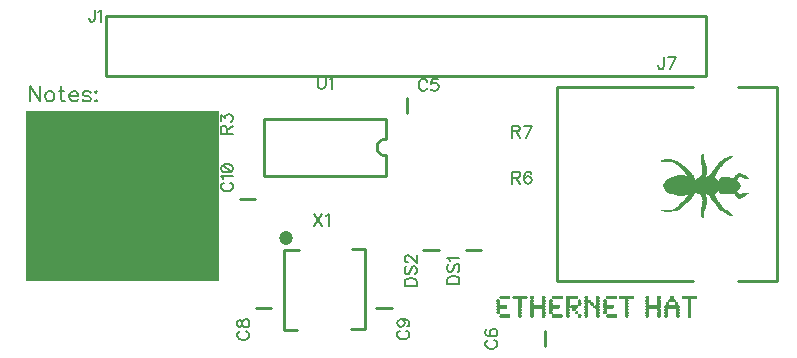
<source format=gto>
G04 DipTrace 3.0.0.2*
G04 ethernethat.GTO*
%MOMM*%
G04 #@! TF.FileFunction,Legend,Top*
G04 #@! TF.Part,Single*
%ADD10C,0.254*%
%ADD12C,0.076*%
%ADD31O,1.20012X1.20023*%
%ADD67C,0.15686*%
%ADD68C,0.19608*%
%FSLAX35Y35*%
G04*
G71*
G90*
G75*
G01*
G04 TopSilk*
%LPD*%
X2961613Y2083050D2*
D10*
Y2212950D1*
X4129053Y237283D2*
Y107383D1*
X1678383Y429387D2*
X1808283D1*
X2698717Y432053D2*
X2828617D1*
X1670950Y1354613D2*
X1541050D1*
X3458050Y921280D2*
X3587950D1*
X3096717Y924947D2*
X3226617D1*
X5487333Y2400333D2*
Y2908333D1*
X407333Y2400333D2*
Y2908333D1*
X5487333D1*
X407333Y2400333D2*
X5487333D1*
X6087333Y662135D2*
X5762391D1*
X4787379D2*
X5382393D1*
X4797423D2*
X4227333D1*
Y2302198D1*
X4797423D1*
X4787379D2*
X5382393D1*
X5762391D2*
X6087333D1*
Y662135D1*
X2783833Y2030692D2*
X1743833D1*
X2783833Y1550621D2*
X1743833D1*
Y2030692D2*
Y1550621D1*
X2783833Y2030692D2*
Y1860678D1*
Y1720635D2*
Y1550621D1*
Y1860678D2*
G03X2783833Y1720635I-9427J-70022D01*
G01*
X2489322Y932712D2*
X2599333D1*
Y252649D1*
X2489322D1*
X2479321D1*
X2029349Y242704D2*
X1919338D1*
Y922669D1*
X2029349D1*
X2039350D1*
D31*
X1929339Y1022655D3*
G36*
X-267667Y2101000D2*
X1369667D1*
Y662667D1*
X-267667D1*
Y2101000D1*
G37*
X3743527Y533333D2*
D12*
X3819527D1*
X3853727D2*
X3963927D1*
X4005727D2*
X4017127D1*
X4104527D2*
X4115927D1*
X4188127D2*
X4264127D1*
X4309727D2*
X4397127D1*
X4465527D2*
X4476927D1*
X4564327D2*
X4575727D1*
X4647927D2*
X4723927D1*
X4758127D2*
X4868327D1*
X4982327D2*
X4993727D1*
X5081127D2*
X5092527D1*
X5191327D2*
X5202727D1*
X5290127D2*
X5400327D1*
X3741787Y529533D2*
X3821266D1*
X3850833D2*
X3967405D1*
X4002688D2*
X4020165D1*
X4101488D2*
X4118965D1*
X4186387D2*
X4265866D1*
X4306688D2*
X4398866D1*
X4462488D2*
X4479980D1*
X4561288D2*
X4578765D1*
X4646187D2*
X4725666D1*
X4755233D2*
X4871805D1*
X4979288D2*
X4996765D1*
X5078088D2*
X5095565D1*
X5188288D2*
X5205765D1*
X5287233D2*
X5403805D1*
X3740841Y525733D2*
X3822213D1*
X3848624D2*
X3969914D1*
X4000164D2*
X4022689D1*
X4098964D2*
X4121489D1*
X4185441D2*
X4266813D1*
X4304164D2*
X4399813D1*
X4459964D2*
X4482187D1*
X4558764D2*
X4581289D1*
X4645241D2*
X4726613D1*
X4753024D2*
X4874314D1*
X4976764D2*
X4999289D1*
X5075564D2*
X5098089D1*
X5185764D2*
X5208289D1*
X5285024D2*
X5406314D1*
X3740510Y521933D2*
X3822544D1*
X3848899D2*
X3969961D1*
X3999441D2*
X4023412D1*
X4098241D2*
X4122212D1*
X4185110D2*
X4267144D1*
X4303441D2*
X4400144D1*
X4459241D2*
X4483672D1*
X4558041D2*
X4582012D1*
X4644910D2*
X4726944D1*
X4753299D2*
X4874361D1*
X4976041D2*
X5000012D1*
X5074841D2*
X5098812D1*
X5185041D2*
X5209012D1*
X5285299D2*
X5406361D1*
X3741828Y518133D2*
X3821225D1*
X3851132D2*
X3967324D1*
X4000752D2*
X4022261D1*
X4099392D2*
X4120902D1*
X4186428D2*
X4265825D1*
X4304752D2*
X4398825D1*
X4460552D2*
X4483543D1*
X4559192D2*
X4580702D1*
X4646228D2*
X4725625D1*
X4755532D2*
X4871724D1*
X4977352D2*
X4998861D1*
X5075992D2*
X5097502D1*
X5186352D2*
X5207702D1*
X5287532D2*
X5403724D1*
X3743527Y514333D2*
X3819527D1*
X3853727D2*
X3963927D1*
X4003005D2*
X4020695D1*
X4100959D2*
X4118648D1*
X4188127D2*
X4264127D1*
X4307005D2*
X4397127D1*
X4462805D2*
X4482803D1*
X4560759D2*
X4578448D1*
X4647927D2*
X4723927D1*
X4758127D2*
X4868327D1*
X4979605D2*
X4997295D1*
X5077559D2*
X5095248D1*
X5188605D2*
X5205448D1*
X5290127D2*
X5400327D1*
X3903286Y510533D2*
X3918914D1*
X4005727D2*
X4019301D1*
X4102352D2*
X4115927D1*
X4309727D2*
X4325514D1*
X4465527D2*
X4481765D1*
X4562152D2*
X4575727D1*
X4807686D2*
X4823314D1*
X4982327D2*
X4995901D1*
X5078952D2*
X5092527D1*
X5191327D2*
X5202727D1*
X5339686D2*
X5355314D1*
X3720727Y506733D2*
X3732127D1*
X3900137D2*
X3919841D1*
X4003385D2*
X4020057D1*
X4101597D2*
X4118268D1*
X4165327D2*
X4176727D1*
X4306673D2*
X4326441D1*
X4412327D2*
X4416127D1*
X4462473D2*
X4480727D1*
X4561397D2*
X4578780D1*
X4625127D2*
X4636527D1*
X4804537D2*
X4824241D1*
X4979985D2*
X4996657D1*
X5078197D2*
X5094868D1*
X5172327D2*
X5183727D1*
X5210327D2*
X5221727D1*
X5336537D2*
X5356241D1*
X3717688Y502933D2*
X3735165D1*
X3897568D2*
X3920677D1*
X4001367D2*
X4021511D1*
X4100143D2*
X4120287D1*
X4162288D2*
X4179765D1*
X4304466D2*
X4327277D1*
X4407534D2*
X4420919D1*
X4460266D2*
X4493367D1*
X4559943D2*
X4580987D1*
X4622088D2*
X4639565D1*
X4801968D2*
X4825077D1*
X4977967D2*
X4998111D1*
X5076743D2*
X5096887D1*
X5169288D2*
X5186765D1*
X5207418D2*
X5225220D1*
X5333968D2*
X5357077D1*
X3715164Y499133D2*
X3737689D1*
X3896842D2*
X3921104D1*
X3999651D2*
X4022797D1*
X4098856D2*
X4122002D1*
X4159764D2*
X4182289D1*
X4302981D2*
X4327704D1*
X4403711D2*
X4424743D1*
X4458781D2*
X4503040D1*
X4558656D2*
X4582472D1*
X4619564D2*
X4642089D1*
X4801242D2*
X4825504D1*
X4976251D2*
X4999397D1*
X5075456D2*
X5098602D1*
X5166764D2*
X5188978D1*
X5205165D2*
X5227774D1*
X5333242D2*
X5357504D1*
X3714441Y495333D2*
X3738412D1*
X3897993D2*
X3919793D1*
X3999247D2*
X4023542D1*
X4098111D2*
X4122407D1*
X4159041D2*
X4183012D1*
X4302939D2*
X4326393D1*
X4402520D2*
X4425934D1*
X4458739D2*
X4511127D1*
X4557911D2*
X4582514D1*
X4618841D2*
X4642812D1*
X4802393D2*
X4824193D1*
X4975847D2*
X5000142D1*
X5074711D2*
X5099007D1*
X5166025D2*
X5190570D1*
X5205222D2*
X5228265D1*
X5334393D2*
X5356193D1*
X3715752Y491533D2*
X3737261D1*
X3899559D2*
X3918147D1*
X4000663D2*
X4022318D1*
X4099335D2*
X4120990D1*
X4160352D2*
X4181861D1*
X4304514D2*
X4324747D1*
X4403294D2*
X4425159D1*
X4460314D2*
X4509359D1*
X4559135D2*
X4580939D1*
X4620152D2*
X4641661D1*
X4803959D2*
X4822547D1*
X4977263D2*
X4998918D1*
X5075935D2*
X5097590D1*
X5167050D2*
X5186257D1*
X5205804D2*
X5227109D1*
X5335959D2*
X5354547D1*
X3718005Y487733D2*
X3735695D1*
X3900952D2*
X3916712D1*
X4002972D2*
X4020717D1*
X4100936D2*
X4118682D1*
X4162605D2*
X4180295D1*
X4306913D2*
X4323312D1*
X4405756D2*
X4422697D1*
X4462713D2*
X4508184D1*
X4560736D2*
X4578540D1*
X4622405D2*
X4640095D1*
X4805352D2*
X4821112D1*
X4979572D2*
X4997317D1*
X5077536D2*
X5095282D1*
X5168527D2*
X5174711D1*
X5206527D2*
X5225527D1*
X5337352D2*
X5353112D1*
X3720727Y483933D2*
X3734301D1*
X3900197D2*
X3917461D1*
X4005727D2*
X4019306D1*
X4102348D2*
X4115927D1*
X4165327D2*
X4178901D1*
X4309727D2*
X4324061D1*
X4408527D2*
X4419927D1*
X4465527D2*
X4480727D1*
X4562148D2*
X4575727D1*
X4625127D2*
X4638701D1*
X4804597D2*
X4821861D1*
X4982327D2*
X4995906D1*
X5078948D2*
X5092527D1*
X5336597D2*
X5353861D1*
X3717688Y480133D2*
X3735057D1*
X3898743D2*
X3918912D1*
X4002688D2*
X4020058D1*
X4101595D2*
X4118965D1*
X4162288D2*
X4179657D1*
X4306688D2*
X4325512D1*
X4405488D2*
X4422980D1*
X4462488D2*
X4482026D1*
X4514927D2*
X4526327D1*
X4561395D2*
X4578780D1*
X4622088D2*
X4639457D1*
X4803143D2*
X4823312D1*
X4979288D2*
X4996658D1*
X5078195D2*
X5095565D1*
X5149527D2*
X5168527D1*
X5229327D2*
X5244527D1*
X5335143D2*
X5355312D1*
X3715164Y476333D2*
X3736511D1*
X3897456D2*
X3920198D1*
X4000164D2*
X4021511D1*
X4100142D2*
X4121489D1*
X4159764D2*
X4181111D1*
X4304164D2*
X4326798D1*
X4402964D2*
X4425549D1*
X4459964D2*
X4483142D1*
X4512033D2*
X4529820D1*
X4559942D2*
X4580987D1*
X4619564D2*
X4640911D1*
X4801856D2*
X4824598D1*
X4976764D2*
X4998111D1*
X5076742D2*
X5098089D1*
X5147787D2*
X5169811D1*
X5227573D2*
X5246266D1*
X5333856D2*
X5356598D1*
X3714441Y472533D2*
X3737812D1*
X3896711D2*
X3920943D1*
X3999441D2*
X4022813D1*
X4098856D2*
X4122271D1*
X4159041D2*
X4182412D1*
X4303382D2*
X4327543D1*
X4402241D2*
X4426613D1*
X4459241D2*
X4483714D1*
X4509824D2*
X4532374D1*
X4558656D2*
X4582472D1*
X4618841D2*
X4642212D1*
X4801111D2*
X4825343D1*
X4976041D2*
X4999413D1*
X5075456D2*
X5098871D1*
X5146841D2*
X5170793D1*
X5226496D2*
X5247213D1*
X5333111D2*
X5357343D1*
X3715592Y468733D2*
X3738602D1*
X3898094D2*
X3919559D1*
X4000592D2*
X4023602D1*
X4098111D2*
X4121500D1*
X4160192D2*
X4183202D1*
X4304153D2*
X4326159D1*
X4403552D2*
X4426225D1*
X4460392D2*
X4483812D1*
X4510099D2*
X4532865D1*
X4557911D2*
X4582514D1*
X4619992D2*
X4643002D1*
X4802494D2*
X4823959D1*
X4977192D2*
X5000202D1*
X5074711D2*
X5098100D1*
X5146510D2*
X5171291D1*
X5226092D2*
X5247544D1*
X5334494D2*
X5355959D1*
X3717159Y464933D2*
X3737913D1*
X3900384D2*
X3917269D1*
X4002159D2*
X4022913D1*
X4099509D2*
X4120113D1*
X4161759D2*
X4182513D1*
X4305541D2*
X4323869D1*
X4405805D2*
X4423434D1*
X4461959D2*
X4482182D1*
X4512332D2*
X4531709D1*
X4559294D2*
X4580939D1*
X4621559D2*
X4642313D1*
X4804784D2*
X4821669D1*
X4978759D2*
X4999513D1*
X5076109D2*
X5096713D1*
X5147828D2*
X5169813D1*
X5226143D2*
X5246225D1*
X5336784D2*
X5353669D1*
X3718552Y461133D2*
X3737081D1*
X3903127D2*
X3914527D1*
X4003552D2*
X4022081D1*
X4101890D2*
X4118182D1*
X4163152D2*
X4181681D1*
X4307471D2*
X4321127D1*
X4408527D2*
X4419927D1*
X4463352D2*
X4479756D1*
X4514927D2*
X4530127D1*
X4561584D2*
X4578540D1*
X4622952D2*
X4641481D1*
X4807527D2*
X4818927D1*
X4980152D2*
X4998681D1*
X5078490D2*
X5094782D1*
X5149527D2*
X5167391D1*
X5227825D2*
X5244527D1*
X5339527D2*
X5350927D1*
X3717797Y457333D2*
X3736435D1*
X3900785D2*
X3917580D1*
X4002797D2*
X4021435D1*
X4104971D2*
X4115927D1*
X4162397D2*
X4181035D1*
X4309727D2*
X4323468D1*
X4462597D2*
X4476927D1*
X4564327D2*
X4575727D1*
X4622197D2*
X4640835D1*
X4805185D2*
X4821980D1*
X4979397D2*
X4998035D1*
X5081571D2*
X5092527D1*
X5144587D2*
X5164292D1*
X5230280D2*
X5249466D1*
X5337185D2*
X5353980D1*
X3716343Y453533D2*
X3796727D1*
X3898767D2*
X3919787D1*
X4001343D2*
X4118965D1*
X4160943D2*
X4241327D1*
X4306688D2*
X4325487D1*
X4347727D2*
X4397127D1*
X4461143D2*
X4479965D1*
X4550749D2*
X4578765D1*
X4620743D2*
X4701127D1*
X4803167D2*
X4824187D1*
X4977943D2*
X5095565D1*
X5140306D2*
X5253747D1*
X5335167D2*
X5356187D1*
X3715056Y449733D2*
X3798451D1*
X3897051D2*
X3921272D1*
X4000056D2*
X4121489D1*
X4159656D2*
X4243051D1*
X4304164D2*
X4327202D1*
X4344248D2*
X4398866D1*
X4459856D2*
X4482489D1*
X4540386D2*
X4581289D1*
X4619456D2*
X4702851D1*
X4801451D2*
X4825672D1*
X4976656D2*
X5098089D1*
X5136884D2*
X5257169D1*
X5333451D2*
X5357672D1*
X3714311Y445933D2*
X3799661D1*
X3896647D2*
X3921314D1*
X3999311D2*
X4122212D1*
X4158911D2*
X4244261D1*
X4303441D2*
X4327607D1*
X4341739D2*
X4400120D1*
X4459111D2*
X4483212D1*
X4536452D2*
X4582012D1*
X4618711D2*
X4704061D1*
X4801047D2*
X4825714D1*
X4975911D2*
X5098812D1*
X5135838D2*
X5258216D1*
X5333047D2*
X5357714D1*
X3715694Y442133D2*
X3799239D1*
X3898063D2*
X3919739D1*
X4000535D2*
X4120902D1*
X4160294D2*
X4243839D1*
X4304592D2*
X4326190D1*
X4340921D2*
X4399832D1*
X4460335D2*
X4482046D1*
X4534617D2*
X4580702D1*
X4620094D2*
X4703639D1*
X4802463D2*
X4824139D1*
X4977135D2*
X5097502D1*
X5136882D2*
X5257171D1*
X5334463D2*
X5356139D1*
X3717984Y438333D2*
X3796440D1*
X3900372D2*
X3917340D1*
X4002136D2*
X4118648D1*
X4162584D2*
X4241040D1*
X4306159D2*
X4323882D1*
X4345275D2*
X4396328D1*
X4461936D2*
X4480331D1*
X4538963D2*
X4578448D1*
X4622384D2*
X4700840D1*
X4804772D2*
X4821740D1*
X4978736D2*
X5095248D1*
X5138394D2*
X5255659D1*
X5336772D2*
X5353740D1*
X3720727Y434533D2*
X3792927D1*
X3903127D2*
X3914527D1*
X4003548D2*
X4115927D1*
X4165327D2*
X4237527D1*
X4307552D2*
X4321127D1*
X4351624D2*
X4386292D1*
X4463348D2*
X4478763D1*
X4550528D2*
X4575727D1*
X4625127D2*
X4697327D1*
X4807527D2*
X4818927D1*
X4980148D2*
X5092527D1*
X5139759D2*
X5254294D1*
X5339527D2*
X5350927D1*
X3717688Y430733D2*
X3736514D1*
X3900073D2*
X3917580D1*
X4002795D2*
X4021514D1*
X4104686D2*
X4118268D1*
X4162288D2*
X4181114D1*
X4306797D2*
X4324165D1*
X4359127D2*
X4374327D1*
X4462595D2*
X4477705D1*
X4564327D2*
X4578068D1*
X4622088D2*
X4640914D1*
X4804473D2*
X4821980D1*
X4979395D2*
X4998114D1*
X5081286D2*
X5094868D1*
X5139000D2*
X5157714D1*
X5240886D2*
X5255053D1*
X5336473D2*
X5353980D1*
X3715164Y426933D2*
X3737441D1*
X3897866D2*
X3919787D1*
X4001342D2*
X4022441D1*
X4101537D2*
X4120287D1*
X4159764D2*
X4182041D1*
X4305343D2*
X4326689D1*
X4356088D2*
X4376066D1*
X4461142D2*
X4484527D1*
X4561288D2*
X4580087D1*
X4619564D2*
X4641841D1*
X4802266D2*
X4824187D1*
X4977942D2*
X4999041D1*
X5078137D2*
X5096887D1*
X5137544D2*
X5158641D1*
X5237737D2*
X5256510D1*
X5334266D2*
X5356187D1*
X3714441Y423133D2*
X3738277D1*
X3896381D2*
X3921272D1*
X4000056D2*
X4023277D1*
X4098968D2*
X4122002D1*
X4159041D2*
X4182877D1*
X4304056D2*
X4327471D1*
X4353564D2*
X4377013D1*
X4459856D2*
X4484367D1*
X4558764D2*
X4581802D1*
X4618841D2*
X4642677D1*
X4800781D2*
X4825672D1*
X4976656D2*
X4999877D1*
X5075568D2*
X5098602D1*
X5136256D2*
X5159477D1*
X5235168D2*
X5257797D1*
X5332781D2*
X5357672D1*
X3715592Y419333D2*
X3738704D1*
X3896339D2*
X3921314D1*
X3999311D2*
X4023704D1*
X4098242D2*
X4122407D1*
X4160192D2*
X4183304D1*
X4303311D2*
X4326700D1*
X4352825D2*
X4377344D1*
X4459111D2*
X4483733D1*
X4558041D2*
X4582207D1*
X4619992D2*
X4643104D1*
X4800739D2*
X4825714D1*
X4975911D2*
X5000304D1*
X5074842D2*
X5099007D1*
X5135511D2*
X5159904D1*
X5234442D2*
X5258542D1*
X5332739D2*
X5357714D1*
X3717159Y415533D2*
X3737233D1*
X3897914D2*
X3919739D1*
X4000694D2*
X4022233D1*
X4099552D2*
X4120990D1*
X4161759D2*
X4181833D1*
X4304694D2*
X4325313D1*
X4353850D2*
X4376025D1*
X4460494D2*
X4482202D1*
X4559192D2*
X4580790D1*
X4621559D2*
X4641633D1*
X4802314D2*
X4824139D1*
X4977294D2*
X4998833D1*
X5076152D2*
X5097590D1*
X5136894D2*
X5158433D1*
X5235752D2*
X5257159D1*
X5334314D2*
X5356139D1*
X3718552Y411733D2*
X3734897D1*
X3900313D2*
X3917340D1*
X4002984D2*
X4019897D1*
X4101805D2*
X4118682D1*
X4163152D2*
X4179497D1*
X4306984D2*
X4323382D1*
X4355327D2*
X4374327D1*
X4462784D2*
X4479772D1*
X4560759D2*
X4578482D1*
X4622952D2*
X4639297D1*
X4804713D2*
X4821740D1*
X4979584D2*
X4996497D1*
X5078405D2*
X5095282D1*
X5139184D2*
X5156097D1*
X5238005D2*
X5254869D1*
X5336713D2*
X5353740D1*
X3717797Y407933D2*
X3732127D1*
X3903127D2*
X3914527D1*
X4005727D2*
X4017127D1*
X4104527D2*
X4115927D1*
X4162397D2*
X4176727D1*
X4309727D2*
X4321127D1*
X4389527D2*
X4393327D1*
X4465527D2*
X4476927D1*
X4562152D2*
X4575727D1*
X4622197D2*
X4636527D1*
X4807527D2*
X4818927D1*
X4982327D2*
X4993727D1*
X5081127D2*
X5092527D1*
X5141927D2*
X5153327D1*
X5240727D2*
X5252127D1*
X5339527D2*
X5350927D1*
X3716343Y404133D2*
X3735165D1*
X3900088D2*
X3917565D1*
X4002688D2*
X4020180D1*
X4102185D2*
X4118980D1*
X4160943D2*
X4179765D1*
X4306673D2*
X4324165D1*
X4384264D2*
X4396835D1*
X4462473D2*
X4479980D1*
X4561397D2*
X4578780D1*
X4620743D2*
X4639565D1*
X4804488D2*
X4821965D1*
X4979288D2*
X4996780D1*
X5078785D2*
X5095580D1*
X5138873D2*
X5156380D1*
X5238385D2*
X5255180D1*
X5336488D2*
X5353965D1*
X3715052Y400333D2*
X3737689D1*
X3897564D2*
X3920089D1*
X4000164D2*
X4022387D1*
X4100167D2*
X4121187D1*
X4159652D2*
X4182289D1*
X4304466D2*
X4326689D1*
X4380367D2*
X4399433D1*
X4460266D2*
X4482187D1*
X4559943D2*
X4580987D1*
X4619452D2*
X4642089D1*
X4801964D2*
X4824489D1*
X4976764D2*
X4998987D1*
X5076767D2*
X5097787D1*
X5136666D2*
X5158587D1*
X5236367D2*
X5257387D1*
X5333964D2*
X5356489D1*
X3714295Y396533D2*
X3738428D1*
X3896841D2*
X3920871D1*
X3999382D2*
X4023872D1*
X4098451D2*
X4122672D1*
X4158895D2*
X4183028D1*
X4302981D2*
X4327471D1*
X4379174D2*
X4400228D1*
X4458781D2*
X4483672D1*
X4558656D2*
X4582472D1*
X4618695D2*
X4642828D1*
X4801241D2*
X4825271D1*
X4975982D2*
X5000472D1*
X5075051D2*
X5099272D1*
X5135181D2*
X5160072D1*
X5234651D2*
X5258872D1*
X5333241D2*
X5357271D1*
X3715396Y392733D2*
X3737404D1*
X3897992D2*
X3920100D1*
X4000153D2*
X4023914D1*
X4098047D2*
X4122714D1*
X4159996D2*
X4182004D1*
X4302939D2*
X4326700D1*
X4378528D2*
X4400659D1*
X4458739D2*
X4483714D1*
X4557911D2*
X4582514D1*
X4619796D2*
X4641804D1*
X4802392D2*
X4824500D1*
X4976753D2*
X5000514D1*
X5074647D2*
X5099314D1*
X5135139D2*
X5160114D1*
X5234247D2*
X5258914D1*
X5334392D2*
X5356500D1*
X3716927Y388933D2*
X3735927D1*
X3899559D2*
X3918713D1*
X4001541D2*
X4022339D1*
X4099463D2*
X4121139D1*
X4161527D2*
X4180527D1*
X4304514D2*
X4325313D1*
X4378127D2*
X4400927D1*
X4460314D2*
X4482139D1*
X4559294D2*
X4580939D1*
X4621327D2*
X4640327D1*
X4803959D2*
X4823113D1*
X4978141D2*
X4998939D1*
X5076063D2*
X5097739D1*
X5136714D2*
X5158539D1*
X5235663D2*
X5257339D1*
X5335959D2*
X5355113D1*
X3900952Y385133D2*
X3916782D1*
X4003471D2*
X4019940D1*
X4101772D2*
X4118740D1*
X4306913D2*
X4323382D1*
X4462713D2*
X4479740D1*
X4561584D2*
X4578540D1*
X4805352D2*
X4821182D1*
X4980071D2*
X4996540D1*
X5078372D2*
X5095340D1*
X5139113D2*
X5156140D1*
X5237972D2*
X5254940D1*
X5337352D2*
X5353182D1*
X3900197Y381333D2*
X3914527D1*
X4005727D2*
X4017127D1*
X4104527D2*
X4115927D1*
X4309727D2*
X4321127D1*
X4408527D2*
X4423727D1*
X4465527D2*
X4476927D1*
X4564327D2*
X4575727D1*
X4804597D2*
X4818927D1*
X4982327D2*
X4993727D1*
X5081127D2*
X5092527D1*
X5141927D2*
X5153327D1*
X5240727D2*
X5252127D1*
X5336597D2*
X5350927D1*
X3743527Y377533D2*
X3819527D1*
X3898743D2*
X3917565D1*
X4002688D2*
X4020165D1*
X4101488D2*
X4118965D1*
X4188127D2*
X4264127D1*
X4306688D2*
X4324165D1*
X4405488D2*
X4425466D1*
X4462488D2*
X4479965D1*
X4561288D2*
X4578765D1*
X4647927D2*
X4723927D1*
X4803143D2*
X4821965D1*
X4979288D2*
X4996765D1*
X5078088D2*
X5095565D1*
X5138888D2*
X5156365D1*
X5237688D2*
X5255165D1*
X5335143D2*
X5353965D1*
X3741787Y373733D2*
X3822420D1*
X3897456D2*
X3920089D1*
X4000164D2*
X4022689D1*
X4098964D2*
X4121489D1*
X4186387D2*
X4267020D1*
X4304164D2*
X4326689D1*
X4402964D2*
X4426409D1*
X4459964D2*
X4482489D1*
X4558764D2*
X4581289D1*
X4646187D2*
X4726820D1*
X4801856D2*
X4824489D1*
X4976764D2*
X4999289D1*
X5075564D2*
X5098089D1*
X5136364D2*
X5158889D1*
X5235164D2*
X5257689D1*
X5333856D2*
X5356489D1*
X3740841Y369933D2*
X3824629D1*
X3896711D2*
X3920812D1*
X3999441D2*
X4023412D1*
X4098241D2*
X4122212D1*
X4185441D2*
X4269229D1*
X4303441D2*
X4327412D1*
X4402241D2*
X4426729D1*
X4459241D2*
X4483212D1*
X4558041D2*
X4582012D1*
X4645241D2*
X4729029D1*
X4801111D2*
X4825212D1*
X4976041D2*
X5000012D1*
X5074841D2*
X5098812D1*
X5135641D2*
X5159612D1*
X5234441D2*
X5258412D1*
X5333111D2*
X5357212D1*
X3740510Y366133D2*
X3824355D1*
X3898094D2*
X3919502D1*
X4000752D2*
X4022102D1*
X4099552D2*
X4120902D1*
X4185110D2*
X4268955D1*
X4304752D2*
X4326102D1*
X4403552D2*
X4425145D1*
X4460552D2*
X4481902D1*
X4559352D2*
X4580702D1*
X4644910D2*
X4728755D1*
X4802494D2*
X4823902D1*
X4977352D2*
X4998702D1*
X5076152D2*
X5097502D1*
X5136952D2*
X5158302D1*
X5235752D2*
X5257102D1*
X5334494D2*
X5355902D1*
X3741828Y362333D2*
X3822121D1*
X3900384D2*
X3917248D1*
X4003005D2*
X4019848D1*
X4101805D2*
X4118648D1*
X4186428D2*
X4266721D1*
X4307005D2*
X4323848D1*
X4405805D2*
X4422742D1*
X4462805D2*
X4479648D1*
X4561605D2*
X4578448D1*
X4646228D2*
X4726521D1*
X4804784D2*
X4821648D1*
X4979605D2*
X4996448D1*
X5078405D2*
X5095248D1*
X5139205D2*
X5156048D1*
X5238005D2*
X5254848D1*
X5336784D2*
X5353648D1*
X3743527Y358533D2*
X3819527D1*
X3903127D2*
X3914527D1*
X4005727D2*
X4017127D1*
X4104527D2*
X4115927D1*
X4188127D2*
X4264127D1*
X4309727D2*
X4321127D1*
X4408527D2*
X4419927D1*
X4465527D2*
X4476927D1*
X4564327D2*
X4575727D1*
X4647927D2*
X4723927D1*
X4807527D2*
X4818927D1*
X4982327D2*
X4993727D1*
X5081127D2*
X5092527D1*
X5141927D2*
X5153327D1*
X5240727D2*
X5252127D1*
X5339527D2*
X5350927D1*
X5454200Y1736400D2*
X5461800D1*
X5450692Y1728800D2*
X5461800D1*
X5448509Y1721200D2*
X5461800D1*
X5689800D2*
X5705000D1*
X5447404Y1713600D2*
X5461830D1*
X5674889D2*
X5698280D1*
X5446915Y1706000D2*
X5462097D1*
X5660693D2*
X5690334D1*
X5446716Y1698400D2*
X5463095D1*
X5647582D2*
X5681400D1*
X5157800Y1690800D2*
X5173000D1*
X5446641D2*
X5465183D1*
X5635329D2*
X5671458D1*
X5104600Y1683200D2*
X5207785D1*
X5446614D2*
X5468100D1*
X5623572D2*
X5660833D1*
X5104600Y1675600D2*
X5233194D1*
X5446634D2*
X5471275D1*
X5612320D2*
X5650292D1*
X5217106Y1668000D2*
X5250935D1*
X5446898D2*
X5474196D1*
X5602121D2*
X5640982D1*
X5229151Y1660400D2*
X5264529D1*
X5447866D2*
X5476812D1*
X5593762D2*
X5633544D1*
X5239296Y1652800D2*
X5275831D1*
X5449686D2*
X5479470D1*
X5587145D2*
X5627051D1*
X5248131Y1645200D2*
X5285687D1*
X5451634D2*
X5481822D1*
X5581378D2*
X5620432D1*
X5256265Y1637600D2*
X5295203D1*
X5452960D2*
X5483567D1*
X5575946D2*
X5613651D1*
X5264077Y1630000D2*
X5305030D1*
X5453694D2*
X5485298D1*
X5571050D2*
X5607284D1*
X5271757Y1622400D2*
X5314741D1*
X5454284D2*
X5487462D1*
X5566401D2*
X5601646D1*
X5279385Y1614800D2*
X5323727D1*
X5455356D2*
X5489551D1*
X5561133D2*
X5596306D1*
X5286995Y1607200D2*
X5332053D1*
X5456960D2*
X5490900D1*
X5554683D2*
X5591046D1*
X5294569Y1599600D2*
X5339953D1*
X5457959D2*
X5491357D1*
X5547768D2*
X5586244D1*
X5301903Y1592000D2*
X5347422D1*
X5457441D2*
X5490718D1*
X5541537D2*
X5581886D1*
X5308534Y1584400D2*
X5354106D1*
X5455932D2*
X5489033D1*
X5535824D2*
X5577595D1*
X5314313Y1576800D2*
X5359875D1*
X5453961D2*
X5487107D1*
X5530378D2*
X5572967D1*
X5758200D2*
X5765800D1*
X5319945Y1569200D2*
X5365266D1*
X5451540D2*
X5485533D1*
X5525436D2*
X5568032D1*
X5750889D2*
X5784479D1*
X5326105Y1561600D2*
X5370544D1*
X5448994D2*
X5483861D1*
X5520472D2*
X5563423D1*
X5744264D2*
X5801535D1*
X5256600Y1554000D2*
X5302200D1*
X5332600D2*
X5375323D1*
X5445962D2*
X5481656D1*
X5513860D2*
X5559740D1*
X5738487D2*
X5816286D1*
X5224799Y1546400D2*
X5379388D1*
X5441875D2*
X5479258D1*
X5504119D2*
X5557065D1*
X5732855D2*
X5766975D1*
X5782397D2*
X5827743D1*
X5198903Y1538800D2*
X5382465D1*
X5431300D2*
X5477000D1*
X5492200D2*
X5559076D1*
X5613800D2*
X5667000D1*
X5726695D2*
X5761260D1*
X5800264D2*
X5835689D1*
X5179109Y1531200D2*
X5384408D1*
X5417154D2*
X5566151D1*
X5606728D2*
X5705000D1*
X5720200D2*
X5755647D1*
X5819000D2*
X5841800D1*
X5164320Y1523600D2*
X5385800D1*
X5401000D2*
X5574569D1*
X5602029D2*
X5749493D1*
X5153293Y1516000D2*
X5583400D1*
X5598600D2*
X5743000D1*
X5145013Y1508400D2*
X5753789D1*
X5138834Y1500800D2*
X5762301D1*
X5134178Y1493200D2*
X5768880D1*
X5130890Y1485600D2*
X5771214D1*
X5129024Y1478000D2*
X5772472D1*
X5128361Y1470400D2*
X5773008D1*
X5128953Y1462800D2*
X5772940D1*
X5130907Y1455200D2*
X5771731D1*
X5134060Y1447600D2*
X5769311D1*
X5138478Y1440000D2*
X5762428D1*
X5144507Y1432400D2*
X5753360D1*
X5152481Y1424800D2*
X5582255D1*
X5599223D2*
X5743000D1*
X5163150Y1417200D2*
X5385511D1*
X5396489D2*
X5573098D1*
X5600619D2*
X5749420D1*
X5177754Y1409600D2*
X5384507D1*
X5417127D2*
X5565062D1*
X5606541D2*
X5705000D1*
X5719911D2*
X5755072D1*
X5819000D2*
X5841800D1*
X5198232Y1402000D2*
X5382388D1*
X5433191D2*
X5478175D1*
X5488008D2*
X5558890D1*
X5613800D2*
X5667000D1*
X5726536D2*
X5760390D1*
X5799763D2*
X5836215D1*
X5225510Y1394400D2*
X5379204D1*
X5440127D2*
X5480059D1*
X5502347D2*
X5558018D1*
X5732315D2*
X5765800D1*
X5781000D2*
X5827612D1*
X5256600Y1386800D2*
X5302200D1*
X5332889D2*
X5375060D1*
X5444876D2*
X5482056D1*
X5512101D2*
X5560421D1*
X5737966D2*
X5815773D1*
X5326264Y1379200D2*
X5370289D1*
X5448508D2*
X5483654D1*
X5518989D2*
X5564091D1*
X5744234D2*
X5801125D1*
X5320485Y1371600D2*
X5365427D1*
X5451496D2*
X5485329D1*
X5524734D2*
X5568616D1*
X5751090D2*
X5784084D1*
X5314834Y1364000D2*
X5360178D1*
X5454295D2*
X5487472D1*
X5530172D2*
X5573125D1*
X5758200D2*
X5765800D1*
X5308560Y1356400D2*
X5354065D1*
X5457747D2*
X5489554D1*
X5535511D2*
X5577374D1*
X5301664Y1348800D2*
X5347231D1*
X5461800D2*
X5490902D1*
X5541547D2*
X5581625D1*
X5294387Y1341200D2*
X5339946D1*
X5458292D2*
X5491358D1*
X5548511D2*
X5586240D1*
X5286920Y1333600D2*
X5332220D1*
X5456109D2*
X5490718D1*
X5555216D2*
X5591200D1*
X5279371Y1326000D2*
X5323705D1*
X5455004D2*
X5489033D1*
X5560883D2*
X5596134D1*
X5271790Y1318400D2*
X5314304D1*
X5454485D2*
X5487107D1*
X5565873D2*
X5601379D1*
X5264197Y1310800D2*
X5304733D1*
X5454019D2*
X5485533D1*
X5570821D2*
X5607233D1*
X5256569Y1303200D2*
X5295542D1*
X5452976D2*
X5483867D1*
X5575918D2*
X5613102D1*
X5248673Y1295600D2*
X5286270D1*
X5451128D2*
X5481697D1*
X5580934D2*
X5618568D1*
X5239810Y1288000D2*
X5276498D1*
X5449170D2*
X5479348D1*
X5586496D2*
X5624346D1*
X5229151Y1280400D2*
X5266341D1*
X5447842D2*
X5476974D1*
X5593622D2*
X5631565D1*
X5216691Y1272800D2*
X5254364D1*
X5447136D2*
X5474163D1*
X5602549D2*
X5640528D1*
X5104600Y1265200D2*
X5235933D1*
X5446813D2*
X5470917D1*
X5612753D2*
X5650716D1*
X5104600Y1257600D2*
X5207542D1*
X5446680D2*
X5467635D1*
X5623655D2*
X5661356D1*
X5157800Y1250000D2*
X5173000D1*
X5446629D2*
X5464930D1*
X5635120D2*
X5671795D1*
X5446610Y1242400D2*
X5463263D1*
X5647434D2*
X5681708D1*
X5446633Y1234800D2*
X5462419D1*
X5660894D2*
X5690851D1*
X5446920Y1227200D2*
X5462043D1*
X5675180D2*
X5698501D1*
X5448094Y1219600D2*
X5461890D1*
X5689800D2*
X5705000D1*
X5450692Y1212000D2*
X5461830D1*
X5454200Y1204400D2*
X5461800D1*
X3743527Y533333D2*
X3741787Y529533D1*
X3740841Y525733D1*
X3740510Y521933D1*
X3741828Y518133D1*
X3743527Y514333D1*
X3819527Y533333D2*
X3821266Y529533D1*
X3822213Y525733D1*
X3822544Y521933D1*
X3821225Y518133D1*
X3819527Y514333D1*
X3853727Y533333D2*
X3850833Y529533D1*
X3848624Y525733D1*
X3848899Y521933D1*
X3851132Y518133D1*
X3853727Y514333D1*
X3963927Y533333D2*
X3967405Y529533D1*
X3969914Y525733D1*
X3969961Y521933D1*
X3967324Y518133D1*
X3963927Y514333D1*
X4005727Y533333D2*
X4002688Y529533D1*
X4000164Y525733D1*
X3999441Y521933D1*
X4000752Y518133D1*
X4003005Y514333D1*
X4005727Y510533D1*
X4003385Y506733D1*
X4001367Y502933D1*
X3999651Y499133D1*
X3999247Y495333D1*
X4000663Y491533D1*
X4002972Y487733D1*
X4005727Y483933D1*
X4002688Y480133D1*
X4000164Y476333D1*
X3999441Y472533D1*
X4000592Y468733D1*
X4002159Y464933D1*
X4003552Y461133D1*
X4002797Y457333D1*
X4001343Y453533D1*
X4000056Y449733D1*
X3999311Y445933D1*
X4000535Y442133D1*
X4002136Y438333D1*
X4003548Y434533D1*
X4002795Y430733D1*
X4001342Y426933D1*
X4000056Y423133D1*
X3999311Y419333D1*
X4000694Y415533D1*
X4002984Y411733D1*
X4005727Y407933D1*
X4002688Y404133D1*
X4000164Y400333D1*
X3999382Y396533D1*
X4000153Y392733D1*
X4001541Y388933D1*
X4003471Y385133D1*
X4005727Y381333D1*
X4002688Y377533D1*
X4000164Y373733D1*
X3999441Y369933D1*
X4000752Y366133D1*
X4003005Y362333D1*
X4005727Y358533D1*
X4017127Y533333D2*
X4020165Y529533D1*
X4022689Y525733D1*
X4023412Y521933D1*
X4022261Y518133D1*
X4020695Y514333D1*
X4019301Y510533D1*
X4020057Y506733D1*
X4021511Y502933D1*
X4022797Y499133D1*
X4023542Y495333D1*
X4022318Y491533D1*
X4020717Y487733D1*
X4019306Y483933D1*
X4020058Y480133D1*
X4021511Y476333D1*
X4022813Y472533D1*
X4023602Y468733D1*
X4022913Y464933D1*
X4022081Y461133D1*
X4021435Y457333D1*
X4020927Y453533D1*
X4104527Y533333D2*
X4101488Y529533D1*
X4098964Y525733D1*
X4098241Y521933D1*
X4099392Y518133D1*
X4100959Y514333D1*
X4102352Y510533D1*
X4101597Y506733D1*
X4100143Y502933D1*
X4098856Y499133D1*
X4098111Y495333D1*
X4099335Y491533D1*
X4100936Y487733D1*
X4102348Y483933D1*
X4101595Y480133D1*
X4100142Y476333D1*
X4098856Y472533D1*
X4098111Y468733D1*
X4099509Y464933D1*
X4101890Y461133D1*
X4104971Y457333D1*
X4108327Y453533D1*
X4115927Y533333D2*
X4118965Y529533D1*
X4121489Y525733D1*
X4122212Y521933D1*
X4120902Y518133D1*
X4118648Y514333D1*
X4115927Y510533D1*
X4118268Y506733D1*
X4120287Y502933D1*
X4122002Y499133D1*
X4122407Y495333D1*
X4120990Y491533D1*
X4118682Y487733D1*
X4115927Y483933D1*
X4118965Y480133D1*
X4121489Y476333D1*
X4122271Y472533D1*
X4121500Y468733D1*
X4120113Y464933D1*
X4118182Y461133D1*
X4115927Y457333D1*
X4118965Y453533D1*
X4121489Y449733D1*
X4122212Y445933D1*
X4120902Y442133D1*
X4118648Y438333D1*
X4115927Y434533D1*
X4118268Y430733D1*
X4120287Y426933D1*
X4122002Y423133D1*
X4122407Y419333D1*
X4120990Y415533D1*
X4118682Y411733D1*
X4115927Y407933D1*
X4118980Y404133D1*
X4121187Y400333D1*
X4122672Y396533D1*
X4122714Y392733D1*
X4121139Y388933D1*
X4118740Y385133D1*
X4115927Y381333D1*
X4118965Y377533D1*
X4121489Y373733D1*
X4122212Y369933D1*
X4120902Y366133D1*
X4118648Y362333D1*
X4115927Y358533D1*
X4188127Y533333D2*
X4186387Y529533D1*
X4185441Y525733D1*
X4185110Y521933D1*
X4186428Y518133D1*
X4188127Y514333D1*
X4264127Y533333D2*
X4265866Y529533D1*
X4266813Y525733D1*
X4267144Y521933D1*
X4265825Y518133D1*
X4264127Y514333D1*
X4309727Y533333D2*
X4306688Y529533D1*
X4304164Y525733D1*
X4303441Y521933D1*
X4304752Y518133D1*
X4307005Y514333D1*
X4309727Y510533D1*
X4306673Y506733D1*
X4304466Y502933D1*
X4302981Y499133D1*
X4302939Y495333D1*
X4304514Y491533D1*
X4306913Y487733D1*
X4309727Y483933D1*
X4306688Y480133D1*
X4304164Y476333D1*
X4303382Y472533D1*
X4304153Y468733D1*
X4305541Y464933D1*
X4307471Y461133D1*
X4309727Y457333D1*
X4306688Y453533D1*
X4304164Y449733D1*
X4303441Y445933D1*
X4304592Y442133D1*
X4306159Y438333D1*
X4307552Y434533D1*
X4306797Y430733D1*
X4305343Y426933D1*
X4304056Y423133D1*
X4303311Y419333D1*
X4304694Y415533D1*
X4306984Y411733D1*
X4309727Y407933D1*
X4306673Y404133D1*
X4304466Y400333D1*
X4302981Y396533D1*
X4302939Y392733D1*
X4304514Y388933D1*
X4306913Y385133D1*
X4309727Y381333D1*
X4306688Y377533D1*
X4304164Y373733D1*
X4303441Y369933D1*
X4304752Y366133D1*
X4307005Y362333D1*
X4309727Y358533D1*
X4397127Y533333D2*
X4398866Y529533D1*
X4399813Y525733D1*
X4400144Y521933D1*
X4398825Y518133D1*
X4397127Y514333D1*
X4465527Y533333D2*
X4462488Y529533D1*
X4459964Y525733D1*
X4459241Y521933D1*
X4460552Y518133D1*
X4462805Y514333D1*
X4465527Y510533D1*
X4462473Y506733D1*
X4460266Y502933D1*
X4458781Y499133D1*
X4458739Y495333D1*
X4460314Y491533D1*
X4462713Y487733D1*
X4465527Y483933D1*
X4462488Y480133D1*
X4459964Y476333D1*
X4459241Y472533D1*
X4460392Y468733D1*
X4461959Y464933D1*
X4463352Y461133D1*
X4462597Y457333D1*
X4461143Y453533D1*
X4459856Y449733D1*
X4459111Y445933D1*
X4460335Y442133D1*
X4461936Y438333D1*
X4463348Y434533D1*
X4462595Y430733D1*
X4461142Y426933D1*
X4459856Y423133D1*
X4459111Y419333D1*
X4460494Y415533D1*
X4462784Y411733D1*
X4465527Y407933D1*
X4462473Y404133D1*
X4460266Y400333D1*
X4458781Y396533D1*
X4458739Y392733D1*
X4460314Y388933D1*
X4462713Y385133D1*
X4465527Y381333D1*
X4462488Y377533D1*
X4459964Y373733D1*
X4459241Y369933D1*
X4460552Y366133D1*
X4462805Y362333D1*
X4465527Y358533D1*
X4476927Y533333D2*
X4479980Y529533D1*
X4482187Y525733D1*
X4483672Y521933D1*
X4483543Y518133D1*
X4482803Y514333D1*
X4481765Y510533D1*
X4480727Y506733D1*
X4493367Y502933D1*
X4503040Y499133D1*
X4511127Y495333D1*
X4509359Y491533D1*
X4508184Y487733D1*
X4507327Y483933D1*
X4480727D1*
X4482026Y480133D1*
X4483142Y476333D1*
X4483714Y472533D1*
X4483812Y468733D1*
X4482182Y464933D1*
X4479756Y461133D1*
X4476927Y457333D1*
X4479965Y453533D1*
X4482489Y449733D1*
X4483212Y445933D1*
X4482046Y442133D1*
X4480331Y438333D1*
X4478763Y434533D1*
X4477705Y430733D1*
X4476927Y426933D1*
X4484527D1*
X4484367Y423133D1*
X4483733Y419333D1*
X4482202Y415533D1*
X4479772Y411733D1*
X4476927Y407933D1*
X4479980Y404133D1*
X4482187Y400333D1*
X4483672Y396533D1*
X4483714Y392733D1*
X4482139Y388933D1*
X4479740Y385133D1*
X4476927Y381333D1*
X4479965Y377533D1*
X4482489Y373733D1*
X4483212Y369933D1*
X4481902Y366133D1*
X4479648Y362333D1*
X4476927Y358533D1*
X4564327Y533333D2*
X4561288Y529533D1*
X4558764Y525733D1*
X4558041Y521933D1*
X4559192Y518133D1*
X4560759Y514333D1*
X4562152Y510533D1*
X4561397Y506733D1*
X4559943Y502933D1*
X4558656Y499133D1*
X4557911Y495333D1*
X4559135Y491533D1*
X4560736Y487733D1*
X4562148Y483933D1*
X4561395Y480133D1*
X4559942Y476333D1*
X4558656Y472533D1*
X4557911Y468733D1*
X4559294Y464933D1*
X4561584Y461133D1*
X4564327Y457333D1*
X4550749Y453533D1*
X4540386Y449733D1*
X4536452Y445933D1*
X4534617Y442133D1*
X4538963Y438333D1*
X4550528Y434533D1*
X4564327Y430733D1*
X4561288Y426933D1*
X4558764Y423133D1*
X4558041Y419333D1*
X4559192Y415533D1*
X4560759Y411733D1*
X4562152Y407933D1*
X4561397Y404133D1*
X4559943Y400333D1*
X4558656Y396533D1*
X4557911Y392733D1*
X4559294Y388933D1*
X4561584Y385133D1*
X4564327Y381333D1*
X4561288Y377533D1*
X4558764Y373733D1*
X4558041Y369933D1*
X4559352Y366133D1*
X4561605Y362333D1*
X4564327Y358533D1*
X4575727Y533333D2*
X4578765Y529533D1*
X4581289Y525733D1*
X4582012Y521933D1*
X4580702Y518133D1*
X4578448Y514333D1*
X4575727Y510533D1*
X4578780Y506733D1*
X4580987Y502933D1*
X4582472Y499133D1*
X4582514Y495333D1*
X4580939Y491533D1*
X4578540Y487733D1*
X4575727Y483933D1*
X4578780Y480133D1*
X4580987Y476333D1*
X4582472Y472533D1*
X4582514Y468733D1*
X4580939Y464933D1*
X4578540Y461133D1*
X4575727Y457333D1*
X4578765Y453533D1*
X4581289Y449733D1*
X4582012Y445933D1*
X4580702Y442133D1*
X4578448Y438333D1*
X4575727Y434533D1*
X4578068Y430733D1*
X4580087Y426933D1*
X4581802Y423133D1*
X4582207Y419333D1*
X4580790Y415533D1*
X4578482Y411733D1*
X4575727Y407933D1*
X4578780Y404133D1*
X4580987Y400333D1*
X4582472Y396533D1*
X4582514Y392733D1*
X4580939Y388933D1*
X4578540Y385133D1*
X4575727Y381333D1*
X4578765Y377533D1*
X4581289Y373733D1*
X4582012Y369933D1*
X4580702Y366133D1*
X4578448Y362333D1*
X4575727Y358533D1*
X4647927Y533333D2*
X4646187Y529533D1*
X4645241Y525733D1*
X4644910Y521933D1*
X4646228Y518133D1*
X4647927Y514333D1*
X4723927Y533333D2*
X4725666Y529533D1*
X4726613Y525733D1*
X4726944Y521933D1*
X4725625Y518133D1*
X4723927Y514333D1*
X4758127Y533333D2*
X4755233Y529533D1*
X4753024Y525733D1*
X4753299Y521933D1*
X4755532Y518133D1*
X4758127Y514333D1*
X4868327Y533333D2*
X4871805Y529533D1*
X4874314Y525733D1*
X4874361Y521933D1*
X4871724Y518133D1*
X4868327Y514333D1*
X4982327Y533333D2*
X4979288Y529533D1*
X4976764Y525733D1*
X4976041Y521933D1*
X4977352Y518133D1*
X4979605Y514333D1*
X4982327Y510533D1*
X4979985Y506733D1*
X4977967Y502933D1*
X4976251Y499133D1*
X4975847Y495333D1*
X4977263Y491533D1*
X4979572Y487733D1*
X4982327Y483933D1*
X4979288Y480133D1*
X4976764Y476333D1*
X4976041Y472533D1*
X4977192Y468733D1*
X4978759Y464933D1*
X4980152Y461133D1*
X4979397Y457333D1*
X4977943Y453533D1*
X4976656Y449733D1*
X4975911Y445933D1*
X4977135Y442133D1*
X4978736Y438333D1*
X4980148Y434533D1*
X4979395Y430733D1*
X4977942Y426933D1*
X4976656Y423133D1*
X4975911Y419333D1*
X4977294Y415533D1*
X4979584Y411733D1*
X4982327Y407933D1*
X4979288Y404133D1*
X4976764Y400333D1*
X4975982Y396533D1*
X4976753Y392733D1*
X4978141Y388933D1*
X4980071Y385133D1*
X4982327Y381333D1*
X4979288Y377533D1*
X4976764Y373733D1*
X4976041Y369933D1*
X4977352Y366133D1*
X4979605Y362333D1*
X4982327Y358533D1*
X4993727Y533333D2*
X4996765Y529533D1*
X4999289Y525733D1*
X5000012Y521933D1*
X4998861Y518133D1*
X4997295Y514333D1*
X4995901Y510533D1*
X4996657Y506733D1*
X4998111Y502933D1*
X4999397Y499133D1*
X5000142Y495333D1*
X4998918Y491533D1*
X4997317Y487733D1*
X4995906Y483933D1*
X4996658Y480133D1*
X4998111Y476333D1*
X4999413Y472533D1*
X5000202Y468733D1*
X4999513Y464933D1*
X4998681Y461133D1*
X4998035Y457333D1*
X4997527Y453533D1*
X5081127Y533333D2*
X5078088Y529533D1*
X5075564Y525733D1*
X5074841Y521933D1*
X5075992Y518133D1*
X5077559Y514333D1*
X5078952Y510533D1*
X5078197Y506733D1*
X5076743Y502933D1*
X5075456Y499133D1*
X5074711Y495333D1*
X5075935Y491533D1*
X5077536Y487733D1*
X5078948Y483933D1*
X5078195Y480133D1*
X5076742Y476333D1*
X5075456Y472533D1*
X5074711Y468733D1*
X5076109Y464933D1*
X5078490Y461133D1*
X5081571Y457333D1*
X5084927Y453533D1*
X5092527Y533333D2*
X5095565Y529533D1*
X5098089Y525733D1*
X5098812Y521933D1*
X5097502Y518133D1*
X5095248Y514333D1*
X5092527Y510533D1*
X5094868Y506733D1*
X5096887Y502933D1*
X5098602Y499133D1*
X5099007Y495333D1*
X5097590Y491533D1*
X5095282Y487733D1*
X5092527Y483933D1*
X5095565Y480133D1*
X5098089Y476333D1*
X5098871Y472533D1*
X5098100Y468733D1*
X5096713Y464933D1*
X5094782Y461133D1*
X5092527Y457333D1*
X5095565Y453533D1*
X5098089Y449733D1*
X5098812Y445933D1*
X5097502Y442133D1*
X5095248Y438333D1*
X5092527Y434533D1*
X5094868Y430733D1*
X5096887Y426933D1*
X5098602Y423133D1*
X5099007Y419333D1*
X5097590Y415533D1*
X5095282Y411733D1*
X5092527Y407933D1*
X5095580Y404133D1*
X5097787Y400333D1*
X5099272Y396533D1*
X5099314Y392733D1*
X5097739Y388933D1*
X5095340Y385133D1*
X5092527Y381333D1*
X5095565Y377533D1*
X5098089Y373733D1*
X5098812Y369933D1*
X5097502Y366133D1*
X5095248Y362333D1*
X5092527Y358533D1*
X5191327Y533333D2*
X5188288Y529533D1*
X5185764Y525733D1*
X5185041Y521933D1*
X5186352Y518133D1*
X5188605Y514333D1*
X5191327Y510533D1*
X5202727Y533333D2*
X5205765Y529533D1*
X5208289Y525733D1*
X5209012Y521933D1*
X5207702Y518133D1*
X5205448Y514333D1*
X5202727Y510533D1*
X5290127Y533333D2*
X5287233Y529533D1*
X5285024Y525733D1*
X5285299Y521933D1*
X5287532Y518133D1*
X5290127Y514333D1*
X5400327Y533333D2*
X5403805Y529533D1*
X5406314Y525733D1*
X5406361Y521933D1*
X5403724Y518133D1*
X5400327Y514333D1*
X3906927D2*
X3903286Y510533D1*
X3900137Y506733D1*
X3897568Y502933D1*
X3896842Y499133D1*
X3897993Y495333D1*
X3899559Y491533D1*
X3900952Y487733D1*
X3900197Y483933D1*
X3898743Y480133D1*
X3897456Y476333D1*
X3896711Y472533D1*
X3898094Y468733D1*
X3900384Y464933D1*
X3903127Y461133D1*
X3900785Y457333D1*
X3898767Y453533D1*
X3897051Y449733D1*
X3896647Y445933D1*
X3898063Y442133D1*
X3900372Y438333D1*
X3903127Y434533D1*
X3900073Y430733D1*
X3897866Y426933D1*
X3896381Y423133D1*
X3896339Y419333D1*
X3897914Y415533D1*
X3900313Y411733D1*
X3903127Y407933D1*
X3900088Y404133D1*
X3897564Y400333D1*
X3896841Y396533D1*
X3897992Y392733D1*
X3899559Y388933D1*
X3900952Y385133D1*
X3900197Y381333D1*
X3898743Y377533D1*
X3897456Y373733D1*
X3896711Y369933D1*
X3898094Y366133D1*
X3900384Y362333D1*
X3903127Y358533D1*
X3918327Y514333D2*
X3918914Y510533D1*
X3919841Y506733D1*
X3920677Y502933D1*
X3921104Y499133D1*
X3919793Y495333D1*
X3918147Y491533D1*
X3916712Y487733D1*
X3917461Y483933D1*
X3918912Y480133D1*
X3920198Y476333D1*
X3920943Y472533D1*
X3919559Y468733D1*
X3917269Y464933D1*
X3914527Y461133D1*
X3917580Y457333D1*
X3919787Y453533D1*
X3921272Y449733D1*
X3921314Y445933D1*
X3919739Y442133D1*
X3917340Y438333D1*
X3914527Y434533D1*
X3917580Y430733D1*
X3919787Y426933D1*
X3921272Y423133D1*
X3921314Y419333D1*
X3919739Y415533D1*
X3917340Y411733D1*
X3914527Y407933D1*
X3917565Y404133D1*
X3920089Y400333D1*
X3920871Y396533D1*
X3920100Y392733D1*
X3918713Y388933D1*
X3916782Y385133D1*
X3914527Y381333D1*
X3917565Y377533D1*
X3920089Y373733D1*
X3920812Y369933D1*
X3919502Y366133D1*
X3917248Y362333D1*
X3914527Y358533D1*
X4324927Y514333D2*
X4325514Y510533D1*
X4326441Y506733D1*
X4327277Y502933D1*
X4327704Y499133D1*
X4326393Y495333D1*
X4324747Y491533D1*
X4323312Y487733D1*
X4324061Y483933D1*
X4325512Y480133D1*
X4326798Y476333D1*
X4327543Y472533D1*
X4326159Y468733D1*
X4323869Y464933D1*
X4321127Y461133D1*
X4323468Y457333D1*
X4325487Y453533D1*
X4327202Y449733D1*
X4327607Y445933D1*
X4326190Y442133D1*
X4323882Y438333D1*
X4321127Y434533D1*
X4324165Y430733D1*
X4326689Y426933D1*
X4327471Y423133D1*
X4326700Y419333D1*
X4325313Y415533D1*
X4323382Y411733D1*
X4321127Y407933D1*
X4324165Y404133D1*
X4326689Y400333D1*
X4327471Y396533D1*
X4326700Y392733D1*
X4325313Y388933D1*
X4323382Y385133D1*
X4321127Y381333D1*
X4324165Y377533D1*
X4326689Y373733D1*
X4327412Y369933D1*
X4326102Y366133D1*
X4323848Y362333D1*
X4321127Y358533D1*
X4811327Y514333D2*
X4807686Y510533D1*
X4804537Y506733D1*
X4801968Y502933D1*
X4801242Y499133D1*
X4802393Y495333D1*
X4803959Y491533D1*
X4805352Y487733D1*
X4804597Y483933D1*
X4803143Y480133D1*
X4801856Y476333D1*
X4801111Y472533D1*
X4802494Y468733D1*
X4804784Y464933D1*
X4807527Y461133D1*
X4805185Y457333D1*
X4803167Y453533D1*
X4801451Y449733D1*
X4801047Y445933D1*
X4802463Y442133D1*
X4804772Y438333D1*
X4807527Y434533D1*
X4804473Y430733D1*
X4802266Y426933D1*
X4800781Y423133D1*
X4800739Y419333D1*
X4802314Y415533D1*
X4804713Y411733D1*
X4807527Y407933D1*
X4804488Y404133D1*
X4801964Y400333D1*
X4801241Y396533D1*
X4802392Y392733D1*
X4803959Y388933D1*
X4805352Y385133D1*
X4804597Y381333D1*
X4803143Y377533D1*
X4801856Y373733D1*
X4801111Y369933D1*
X4802494Y366133D1*
X4804784Y362333D1*
X4807527Y358533D1*
X4822727Y514333D2*
X4823314Y510533D1*
X4824241Y506733D1*
X4825077Y502933D1*
X4825504Y499133D1*
X4824193Y495333D1*
X4822547Y491533D1*
X4821112Y487733D1*
X4821861Y483933D1*
X4823312Y480133D1*
X4824598Y476333D1*
X4825343Y472533D1*
X4823959Y468733D1*
X4821669Y464933D1*
X4818927Y461133D1*
X4821980Y457333D1*
X4824187Y453533D1*
X4825672Y449733D1*
X4825714Y445933D1*
X4824139Y442133D1*
X4821740Y438333D1*
X4818927Y434533D1*
X4821980Y430733D1*
X4824187Y426933D1*
X4825672Y423133D1*
X4825714Y419333D1*
X4824139Y415533D1*
X4821740Y411733D1*
X4818927Y407933D1*
X4821965Y404133D1*
X4824489Y400333D1*
X4825271Y396533D1*
X4824500Y392733D1*
X4823113Y388933D1*
X4821182Y385133D1*
X4818927Y381333D1*
X4821965Y377533D1*
X4824489Y373733D1*
X4825212Y369933D1*
X4823902Y366133D1*
X4821648Y362333D1*
X4818927Y358533D1*
X5343327Y514333D2*
X5339686Y510533D1*
X5336537Y506733D1*
X5333968Y502933D1*
X5333242Y499133D1*
X5334393Y495333D1*
X5335959Y491533D1*
X5337352Y487733D1*
X5336597Y483933D1*
X5335143Y480133D1*
X5333856Y476333D1*
X5333111Y472533D1*
X5334494Y468733D1*
X5336784Y464933D1*
X5339527Y461133D1*
X5337185Y457333D1*
X5335167Y453533D1*
X5333451Y449733D1*
X5333047Y445933D1*
X5334463Y442133D1*
X5336772Y438333D1*
X5339527Y434533D1*
X5336473Y430733D1*
X5334266Y426933D1*
X5332781Y423133D1*
X5332739Y419333D1*
X5334314Y415533D1*
X5336713Y411733D1*
X5339527Y407933D1*
X5336488Y404133D1*
X5333964Y400333D1*
X5333241Y396533D1*
X5334392Y392733D1*
X5335959Y388933D1*
X5337352Y385133D1*
X5336597Y381333D1*
X5335143Y377533D1*
X5333856Y373733D1*
X5333111Y369933D1*
X5334494Y366133D1*
X5336784Y362333D1*
X5339527Y358533D1*
X5354727Y514333D2*
X5355314Y510533D1*
X5356241Y506733D1*
X5357077Y502933D1*
X5357504Y499133D1*
X5356193Y495333D1*
X5354547Y491533D1*
X5353112Y487733D1*
X5353861Y483933D1*
X5355312Y480133D1*
X5356598Y476333D1*
X5357343Y472533D1*
X5355959Y468733D1*
X5353669Y464933D1*
X5350927Y461133D1*
X5353980Y457333D1*
X5356187Y453533D1*
X5357672Y449733D1*
X5357714Y445933D1*
X5356139Y442133D1*
X5353740Y438333D1*
X5350927Y434533D1*
X5353980Y430733D1*
X5356187Y426933D1*
X5357672Y423133D1*
X5357714Y419333D1*
X5356139Y415533D1*
X5353740Y411733D1*
X5350927Y407933D1*
X5353965Y404133D1*
X5356489Y400333D1*
X5357271Y396533D1*
X5356500Y392733D1*
X5355113Y388933D1*
X5353182Y385133D1*
X5350927Y381333D1*
X5353965Y377533D1*
X5356489Y373733D1*
X5357212Y369933D1*
X5355902Y366133D1*
X5353648Y362333D1*
X5350927Y358533D1*
X3720727Y506733D2*
X3717688Y502933D1*
X3715164Y499133D1*
X3714441Y495333D1*
X3715752Y491533D1*
X3718005Y487733D1*
X3720727Y483933D1*
X3717688Y480133D1*
X3715164Y476333D1*
X3714441Y472533D1*
X3715592Y468733D1*
X3717159Y464933D1*
X3718552Y461133D1*
X3717797Y457333D1*
X3716343Y453533D1*
X3715056Y449733D1*
X3714311Y445933D1*
X3715694Y442133D1*
X3717984Y438333D1*
X3720727Y434533D1*
X3717688Y430733D1*
X3715164Y426933D1*
X3714441Y423133D1*
X3715592Y419333D1*
X3717159Y415533D1*
X3718552Y411733D1*
X3717797Y407933D1*
X3716343Y404133D1*
X3715052Y400333D1*
X3714295Y396533D1*
X3715396Y392733D1*
X3716927Y388933D1*
X3732127Y506733D2*
X3735165Y502933D1*
X3737689Y499133D1*
X3738412Y495333D1*
X3737261Y491533D1*
X3735695Y487733D1*
X3734301Y483933D1*
X3735057Y480133D1*
X3736511Y476333D1*
X3737812Y472533D1*
X3738602Y468733D1*
X3737913Y464933D1*
X3737081Y461133D1*
X3736435Y457333D1*
X3735927Y453533D1*
X4165327Y506733D2*
X4162288Y502933D1*
X4159764Y499133D1*
X4159041Y495333D1*
X4160352Y491533D1*
X4162605Y487733D1*
X4165327Y483933D1*
X4162288Y480133D1*
X4159764Y476333D1*
X4159041Y472533D1*
X4160192Y468733D1*
X4161759Y464933D1*
X4163152Y461133D1*
X4162397Y457333D1*
X4160943Y453533D1*
X4159656Y449733D1*
X4158911Y445933D1*
X4160294Y442133D1*
X4162584Y438333D1*
X4165327Y434533D1*
X4162288Y430733D1*
X4159764Y426933D1*
X4159041Y423133D1*
X4160192Y419333D1*
X4161759Y415533D1*
X4163152Y411733D1*
X4162397Y407933D1*
X4160943Y404133D1*
X4159652Y400333D1*
X4158895Y396533D1*
X4159996Y392733D1*
X4161527Y388933D1*
X4176727Y506733D2*
X4179765Y502933D1*
X4182289Y499133D1*
X4183012Y495333D1*
X4181861Y491533D1*
X4180295Y487733D1*
X4178901Y483933D1*
X4179657Y480133D1*
X4181111Y476333D1*
X4182412Y472533D1*
X4183202Y468733D1*
X4182513Y464933D1*
X4181681Y461133D1*
X4181035Y457333D1*
X4180527Y453533D1*
X4412327Y506733D2*
X4407534Y502933D1*
X4403711Y499133D1*
X4402520Y495333D1*
X4403294Y491533D1*
X4405756Y487733D1*
X4408527Y483933D1*
X4405488Y480133D1*
X4402964Y476333D1*
X4402241Y472533D1*
X4403552Y468733D1*
X4405805Y464933D1*
X4408527Y461133D1*
X4416127Y506733D2*
X4420919Y502933D1*
X4424743Y499133D1*
X4425934Y495333D1*
X4425159Y491533D1*
X4422697Y487733D1*
X4419927Y483933D1*
X4422980Y480133D1*
X4425549Y476333D1*
X4426613Y472533D1*
X4426225Y468733D1*
X4423434Y464933D1*
X4419927Y461133D1*
X4625127Y506733D2*
X4622088Y502933D1*
X4619564Y499133D1*
X4618841Y495333D1*
X4620152Y491533D1*
X4622405Y487733D1*
X4625127Y483933D1*
X4622088Y480133D1*
X4619564Y476333D1*
X4618841Y472533D1*
X4619992Y468733D1*
X4621559Y464933D1*
X4622952Y461133D1*
X4622197Y457333D1*
X4620743Y453533D1*
X4619456Y449733D1*
X4618711Y445933D1*
X4620094Y442133D1*
X4622384Y438333D1*
X4625127Y434533D1*
X4622088Y430733D1*
X4619564Y426933D1*
X4618841Y423133D1*
X4619992Y419333D1*
X4621559Y415533D1*
X4622952Y411733D1*
X4622197Y407933D1*
X4620743Y404133D1*
X4619452Y400333D1*
X4618695Y396533D1*
X4619796Y392733D1*
X4621327Y388933D1*
X4636527Y506733D2*
X4639565Y502933D1*
X4642089Y499133D1*
X4642812Y495333D1*
X4641661Y491533D1*
X4640095Y487733D1*
X4638701Y483933D1*
X4639457Y480133D1*
X4640911Y476333D1*
X4642212Y472533D1*
X4643002Y468733D1*
X4642313Y464933D1*
X4641481Y461133D1*
X4640835Y457333D1*
X4640327Y453533D1*
X5172327Y506733D2*
X5169288Y502933D1*
X5166764Y499133D1*
X5166025Y495333D1*
X5167050Y491533D1*
X5168527Y487733D1*
X5183727Y506733D2*
X5186765Y502933D1*
X5188978Y499133D1*
X5190570Y495333D1*
X5186257Y491533D1*
X5174711Y487733D1*
X5160927Y483933D1*
X5210327Y506733D2*
X5207418Y502933D1*
X5205165Y499133D1*
X5205222Y495333D1*
X5205804Y491533D1*
X5206527Y487733D1*
X5221727Y506733D2*
X5225220Y502933D1*
X5227774Y499133D1*
X5228265Y495333D1*
X5227109Y491533D1*
X5225527Y487733D1*
X4514927Y480133D2*
X4512033Y476333D1*
X4509824Y472533D1*
X4510099Y468733D1*
X4512332Y464933D1*
X4514927Y461133D1*
X4526327Y480133D2*
X4529820Y476333D1*
X4532374Y472533D1*
X4532865Y468733D1*
X4531709Y464933D1*
X4530127Y461133D1*
X5149527Y480133D2*
X5147787Y476333D1*
X5146841Y472533D1*
X5146510Y468733D1*
X5147828Y464933D1*
X5149527Y461133D1*
X5144587Y457333D1*
X5140306Y453533D1*
X5136884Y449733D1*
X5135838Y445933D1*
X5136882Y442133D1*
X5138394Y438333D1*
X5139759Y434533D1*
X5139000Y430733D1*
X5137544Y426933D1*
X5136256Y423133D1*
X5135511Y419333D1*
X5136894Y415533D1*
X5139184Y411733D1*
X5141927Y407933D1*
X5138873Y404133D1*
X5136666Y400333D1*
X5135181Y396533D1*
X5135139Y392733D1*
X5136714Y388933D1*
X5139113Y385133D1*
X5141927Y381333D1*
X5138888Y377533D1*
X5136364Y373733D1*
X5135641Y369933D1*
X5136952Y366133D1*
X5139205Y362333D1*
X5141927Y358533D1*
X5168527Y480133D2*
X5169811Y476333D1*
X5170793Y472533D1*
X5171291Y468733D1*
X5169813Y464933D1*
X5167391Y461133D1*
X5164292Y457333D1*
X5160927Y453533D1*
X5229327Y480133D2*
X5227573Y476333D1*
X5226496Y472533D1*
X5226092Y468733D1*
X5226143Y464933D1*
X5227825Y461133D1*
X5230280Y457333D1*
X5233127Y453533D1*
X5244527Y480133D2*
X5246266Y476333D1*
X5247213Y472533D1*
X5247544Y468733D1*
X5246225Y464933D1*
X5244527Y461133D1*
X5249466Y457333D1*
X5253747Y453533D1*
X5257169Y449733D1*
X5258216Y445933D1*
X5257171Y442133D1*
X5255659Y438333D1*
X5254294Y434533D1*
X5255053Y430733D1*
X5256510Y426933D1*
X5257797Y423133D1*
X5258542Y419333D1*
X5257159Y415533D1*
X5254869Y411733D1*
X5252127Y407933D1*
X5255180Y404133D1*
X5257387Y400333D1*
X5258872Y396533D1*
X5258914Y392733D1*
X5257339Y388933D1*
X5254940Y385133D1*
X5252127Y381333D1*
X5255165Y377533D1*
X5257689Y373733D1*
X5258412Y369933D1*
X5257102Y366133D1*
X5254848Y362333D1*
X5252127Y358533D1*
X3796727Y453533D2*
X3798451Y449733D1*
X3799661Y445933D1*
X3799239Y442133D1*
X3796440Y438333D1*
X3792927Y434533D1*
X4241327Y453533D2*
X4243051Y449733D1*
X4244261Y445933D1*
X4243839Y442133D1*
X4241040Y438333D1*
X4237527Y434533D1*
X4347727Y453533D2*
X4344248Y449733D1*
X4341739Y445933D1*
X4340921Y442133D1*
X4345275Y438333D1*
X4351624Y434533D1*
X4359127Y430733D1*
X4356088Y426933D1*
X4353564Y423133D1*
X4352825Y419333D1*
X4353850Y415533D1*
X4355327Y411733D1*
X4397127Y453533D2*
X4398866Y449733D1*
X4400120Y445933D1*
X4399832Y442133D1*
X4396328Y438333D1*
X4386292Y434533D1*
X4374327Y430733D1*
X4376066Y426933D1*
X4377013Y423133D1*
X4377344Y419333D1*
X4376025Y415533D1*
X4374327Y411733D1*
X4701127Y453533D2*
X4702851Y449733D1*
X4704061Y445933D1*
X4703639Y442133D1*
X4700840Y438333D1*
X4697327Y434533D1*
X3735927D2*
X3736514Y430733D1*
X3737441Y426933D1*
X3738277Y423133D1*
X3738704Y419333D1*
X3737233Y415533D1*
X3734897Y411733D1*
X3732127Y407933D1*
X3735165Y404133D1*
X3737689Y400333D1*
X3738428Y396533D1*
X3737404Y392733D1*
X3735927Y388933D1*
X4020927Y434533D2*
X4021514Y430733D1*
X4022441Y426933D1*
X4023277Y423133D1*
X4023704Y419333D1*
X4022233Y415533D1*
X4019897Y411733D1*
X4017127Y407933D1*
X4020180Y404133D1*
X4022387Y400333D1*
X4023872Y396533D1*
X4023914Y392733D1*
X4022339Y388933D1*
X4019940Y385133D1*
X4017127Y381333D1*
X4020165Y377533D1*
X4022689Y373733D1*
X4023412Y369933D1*
X4022102Y366133D1*
X4019848Y362333D1*
X4017127Y358533D1*
X4108327Y434533D2*
X4104686Y430733D1*
X4101537Y426933D1*
X4098968Y423133D1*
X4098242Y419333D1*
X4099552Y415533D1*
X4101805Y411733D1*
X4104527Y407933D1*
X4102185Y404133D1*
X4100167Y400333D1*
X4098451Y396533D1*
X4098047Y392733D1*
X4099463Y388933D1*
X4101772Y385133D1*
X4104527Y381333D1*
X4101488Y377533D1*
X4098964Y373733D1*
X4098241Y369933D1*
X4099552Y366133D1*
X4101805Y362333D1*
X4104527Y358533D1*
X4180527Y434533D2*
X4181114Y430733D1*
X4182041Y426933D1*
X4182877Y423133D1*
X4183304Y419333D1*
X4181833Y415533D1*
X4179497Y411733D1*
X4176727Y407933D1*
X4179765Y404133D1*
X4182289Y400333D1*
X4183028Y396533D1*
X4182004Y392733D1*
X4180527Y388933D1*
X4640327Y434533D2*
X4640914Y430733D1*
X4641841Y426933D1*
X4642677Y423133D1*
X4643104Y419333D1*
X4641633Y415533D1*
X4639297Y411733D1*
X4636527Y407933D1*
X4639565Y404133D1*
X4642089Y400333D1*
X4642828Y396533D1*
X4641804Y392733D1*
X4640327Y388933D1*
X4997527Y434533D2*
X4998114Y430733D1*
X4999041Y426933D1*
X4999877Y423133D1*
X5000304Y419333D1*
X4998833Y415533D1*
X4996497Y411733D1*
X4993727Y407933D1*
X4996780Y404133D1*
X4998987Y400333D1*
X5000472Y396533D1*
X5000514Y392733D1*
X4998939Y388933D1*
X4996540Y385133D1*
X4993727Y381333D1*
X4996765Y377533D1*
X4999289Y373733D1*
X5000012Y369933D1*
X4998702Y366133D1*
X4996448Y362333D1*
X4993727Y358533D1*
X5084927Y434533D2*
X5081286Y430733D1*
X5078137Y426933D1*
X5075568Y423133D1*
X5074842Y419333D1*
X5076152Y415533D1*
X5078405Y411733D1*
X5081127Y407933D1*
X5078785Y404133D1*
X5076767Y400333D1*
X5075051Y396533D1*
X5074647Y392733D1*
X5076063Y388933D1*
X5078372Y385133D1*
X5081127Y381333D1*
X5078088Y377533D1*
X5075564Y373733D1*
X5074841Y369933D1*
X5076152Y366133D1*
X5078405Y362333D1*
X5081127Y358533D1*
X5157127Y434533D2*
X5157714Y430733D1*
X5158641Y426933D1*
X5159477Y423133D1*
X5159904Y419333D1*
X5158433Y415533D1*
X5156097Y411733D1*
X5153327Y407933D1*
X5156380Y404133D1*
X5158587Y400333D1*
X5160072Y396533D1*
X5160114Y392733D1*
X5158539Y388933D1*
X5156140Y385133D1*
X5153327Y381333D1*
X5156365Y377533D1*
X5158889Y373733D1*
X5159612Y369933D1*
X5158302Y366133D1*
X5156048Y362333D1*
X5153327Y358533D1*
X5244527Y434533D2*
X5240886Y430733D1*
X5237737Y426933D1*
X5235168Y423133D1*
X5234442Y419333D1*
X5235752Y415533D1*
X5238005Y411733D1*
X5240727Y407933D1*
X5238385Y404133D1*
X5236367Y400333D1*
X5234651Y396533D1*
X5234247Y392733D1*
X5235663Y388933D1*
X5237972Y385133D1*
X5240727Y381333D1*
X5237688Y377533D1*
X5235164Y373733D1*
X5234441Y369933D1*
X5235752Y366133D1*
X5238005Y362333D1*
X5240727Y358533D1*
X4389527Y407933D2*
X4384264Y404133D1*
X4380367Y400333D1*
X4379174Y396533D1*
X4378528Y392733D1*
X4378127Y388933D1*
X4393327Y407933D2*
X4396835Y404133D1*
X4399433Y400333D1*
X4400228Y396533D1*
X4400659Y392733D1*
X4400927Y388933D1*
X4408527Y381333D2*
X4405488Y377533D1*
X4402964Y373733D1*
X4402241Y369933D1*
X4403552Y366133D1*
X4405805Y362333D1*
X4408527Y358533D1*
X4423727Y381333D2*
X4425466Y377533D1*
X4426409Y373733D1*
X4426729Y369933D1*
X4425145Y366133D1*
X4422742Y362333D1*
X4419927Y358533D1*
X3743527Y377533D2*
X3741787Y373733D1*
X3740841Y369933D1*
X3740510Y366133D1*
X3741828Y362333D1*
X3743527Y358533D1*
X3819527Y377533D2*
X3822420Y373733D1*
X3824629Y369933D1*
X3824355Y366133D1*
X3822121Y362333D1*
X3819527Y358533D1*
X4188127Y377533D2*
X4186387Y373733D1*
X4185441Y369933D1*
X4185110Y366133D1*
X4186428Y362333D1*
X4188127Y358533D1*
X4264127Y377533D2*
X4267020Y373733D1*
X4269229Y369933D1*
X4268955Y366133D1*
X4266721Y362333D1*
X4264127Y358533D1*
X4647927Y377533D2*
X4646187Y373733D1*
X4645241Y369933D1*
X4644910Y366133D1*
X4646228Y362333D1*
X4647927Y358533D1*
X4723927Y377533D2*
X4726820Y373733D1*
X4729029Y369933D1*
X4728755Y366133D1*
X4726521Y362333D1*
X4723927Y358533D1*
X5454200Y1736400D2*
X5450692Y1728800D1*
X5448509Y1721200D1*
X5447404Y1713600D1*
X5446915Y1706000D1*
X5446716Y1698400D1*
X5446641Y1690800D1*
X5446614Y1683200D1*
X5446634Y1675600D1*
X5446898Y1668000D1*
X5447866Y1660400D1*
X5449686Y1652800D1*
X5451634Y1645200D1*
X5452960Y1637600D1*
X5453694Y1630000D1*
X5454284Y1622400D1*
X5455356Y1614800D1*
X5456960Y1607200D1*
X5457959Y1599600D1*
X5457441Y1592000D1*
X5455932Y1584400D1*
X5453961Y1576800D1*
X5451540Y1569200D1*
X5448994Y1561600D1*
X5445962Y1554000D1*
X5441875Y1546400D1*
X5431300Y1538800D1*
X5417154Y1531200D1*
X5401000Y1523600D1*
X5461800Y1736400D2*
Y1728800D1*
Y1721200D1*
X5461830Y1713600D1*
X5462097Y1706000D1*
X5463095Y1698400D1*
X5465183Y1690800D1*
X5468100Y1683200D1*
X5471275Y1675600D1*
X5474196Y1668000D1*
X5476812Y1660400D1*
X5479470Y1652800D1*
X5481822Y1645200D1*
X5483567Y1637600D1*
X5485298Y1630000D1*
X5487462Y1622400D1*
X5489551Y1614800D1*
X5490900Y1607200D1*
X5491357Y1599600D1*
X5490718Y1592000D1*
X5489033Y1584400D1*
X5487107Y1576800D1*
X5485533Y1569200D1*
X5483861Y1561600D1*
X5481656Y1554000D1*
X5479258Y1546400D1*
X5477000Y1538800D1*
X5689800Y1721200D2*
X5674889Y1713600D1*
X5660693Y1706000D1*
X5647582Y1698400D1*
X5635329Y1690800D1*
X5623572Y1683200D1*
X5612320Y1675600D1*
X5602121Y1668000D1*
X5593762Y1660400D1*
X5587145Y1652800D1*
X5581378Y1645200D1*
X5575946Y1637600D1*
X5571050Y1630000D1*
X5566401Y1622400D1*
X5561133Y1614800D1*
X5554683Y1607200D1*
X5547768Y1599600D1*
X5541537Y1592000D1*
X5535824Y1584400D1*
X5530378Y1576800D1*
X5525436Y1569200D1*
X5520472Y1561600D1*
X5513860Y1554000D1*
X5504119Y1546400D1*
X5492200Y1538800D1*
X5705000Y1721200D2*
X5698280Y1713600D1*
X5690334Y1706000D1*
X5681400Y1698400D1*
X5671458Y1690800D1*
X5660833Y1683200D1*
X5650292Y1675600D1*
X5640982Y1668000D1*
X5633544Y1660400D1*
X5627051Y1652800D1*
X5620432Y1645200D1*
X5613651Y1637600D1*
X5607284Y1630000D1*
X5601646Y1622400D1*
X5596306Y1614800D1*
X5591046Y1607200D1*
X5586244Y1599600D1*
X5581886Y1592000D1*
X5577595Y1584400D1*
X5572967Y1576800D1*
X5568032Y1569200D1*
X5563423Y1561600D1*
X5559740Y1554000D1*
X5557065Y1546400D1*
X5559076Y1538800D1*
X5566151Y1531200D1*
X5574569Y1523600D1*
X5583400Y1516000D1*
X5157800Y1690800D2*
X5104600Y1683200D1*
Y1675600D1*
X5173000Y1690800D2*
X5207785Y1683200D1*
X5233194Y1675600D1*
X5250935Y1668000D1*
X5264529Y1660400D1*
X5275831Y1652800D1*
X5285687Y1645200D1*
X5295203Y1637600D1*
X5305030Y1630000D1*
X5314741Y1622400D1*
X5323727Y1614800D1*
X5332053Y1607200D1*
X5339953Y1599600D1*
X5347422Y1592000D1*
X5354106Y1584400D1*
X5359875Y1576800D1*
X5365266Y1569200D1*
X5370544Y1561600D1*
X5375323Y1554000D1*
X5379388Y1546400D1*
X5382465Y1538800D1*
X5384408Y1531200D1*
X5385800Y1523600D1*
X5203400Y1675600D2*
X5217106Y1668000D1*
X5229151Y1660400D1*
X5239296Y1652800D1*
X5248131Y1645200D1*
X5256265Y1637600D1*
X5264077Y1630000D1*
X5271757Y1622400D1*
X5279385Y1614800D1*
X5286995Y1607200D1*
X5294569Y1599600D1*
X5301903Y1592000D1*
X5308534Y1584400D1*
X5314313Y1576800D1*
X5319945Y1569200D1*
X5326105Y1561600D1*
X5332600Y1554000D1*
X5758200Y1576800D2*
X5750889Y1569200D1*
X5744264Y1561600D1*
X5738487Y1554000D1*
X5732855Y1546400D1*
X5726695Y1538800D1*
X5720200Y1531200D1*
X5765800Y1576800D2*
X5784479Y1569200D1*
X5801535Y1561600D1*
X5816286Y1554000D1*
X5827743Y1546400D1*
X5835689Y1538800D1*
X5841800Y1531200D1*
X5256600Y1554000D2*
X5224799Y1546400D1*
X5198903Y1538800D1*
X5179109Y1531200D1*
X5164320Y1523600D1*
X5153293Y1516000D1*
X5145013Y1508400D1*
X5138834Y1500800D1*
X5134178Y1493200D1*
X5130890Y1485600D1*
X5129024Y1478000D1*
X5128361Y1470400D1*
X5128953Y1462800D1*
X5130907Y1455200D1*
X5134060Y1447600D1*
X5138478Y1440000D1*
X5144507Y1432400D1*
X5152481Y1424800D1*
X5163150Y1417200D1*
X5177754Y1409600D1*
X5198232Y1402000D1*
X5225510Y1394400D1*
X5256600Y1386800D1*
X5302200Y1554000D2*
X5773400D2*
X5766975Y1546400D1*
X5761260Y1538800D1*
X5755647Y1531200D1*
X5749493Y1523600D1*
X5743000Y1516000D1*
X5753789Y1508400D1*
X5762301Y1500800D1*
X5768880Y1493200D1*
X5771214Y1485600D1*
X5772472Y1478000D1*
X5773008Y1470400D1*
X5772940Y1462800D1*
X5771731Y1455200D1*
X5769311Y1447600D1*
X5762428Y1440000D1*
X5753360Y1432400D1*
X5743000Y1424800D1*
X5749420Y1417200D1*
X5755072Y1409600D1*
X5760390Y1402000D1*
X5765800Y1394400D1*
Y1554000D2*
X5782397Y1546400D1*
X5800264Y1538800D1*
X5819000Y1531200D1*
X5613800Y1538800D2*
X5606728Y1531200D1*
X5602029Y1523600D1*
X5598600Y1516000D1*
X5667000Y1538800D2*
X5705000Y1531200D1*
X5591000Y1432400D2*
X5582255Y1424800D1*
X5573098Y1417200D1*
X5565062Y1409600D1*
X5558890Y1402000D1*
X5558018Y1394400D1*
X5560421Y1386800D1*
X5564091Y1379200D1*
X5568616Y1371600D1*
X5573125Y1364000D1*
X5577374Y1356400D1*
X5581625Y1348800D1*
X5586240Y1341200D1*
X5591200Y1333600D1*
X5596134Y1326000D1*
X5601379Y1318400D1*
X5607233Y1310800D1*
X5613102Y1303200D1*
X5618568Y1295600D1*
X5624346Y1288000D1*
X5631565Y1280400D1*
X5640528Y1272800D1*
X5650716Y1265200D1*
X5661356Y1257600D1*
X5671795Y1250000D1*
X5681708Y1242400D1*
X5690851Y1234800D1*
X5698501Y1227200D1*
X5705000Y1219600D1*
X5598600Y1432400D2*
X5599223Y1424800D1*
X5600619Y1417200D1*
X5606541Y1409600D1*
X5613800Y1402000D1*
X5385800Y1424800D2*
X5385511Y1417200D1*
X5384507Y1409600D1*
X5382388Y1402000D1*
X5379204Y1394400D1*
X5375060Y1386800D1*
X5370289Y1379200D1*
X5365427Y1371600D1*
X5360178Y1364000D1*
X5354065Y1356400D1*
X5347231Y1348800D1*
X5339946Y1341200D1*
X5332220Y1333600D1*
X5323705Y1326000D1*
X5314304Y1318400D1*
X5304733Y1310800D1*
X5295542Y1303200D1*
X5286270Y1295600D1*
X5276498Y1288000D1*
X5266341Y1280400D1*
X5254364Y1272800D1*
X5235933Y1265200D1*
X5207542Y1257600D1*
X5173000Y1250000D1*
X5370600Y1424800D2*
X5396489Y1417200D1*
X5417127Y1409600D1*
X5433191Y1402000D1*
X5440127Y1394400D1*
X5444876Y1386800D1*
X5448508Y1379200D1*
X5451496Y1371600D1*
X5454295Y1364000D1*
X5457747Y1356400D1*
X5461800Y1348800D1*
X5458292Y1341200D1*
X5456109Y1333600D1*
X5455004Y1326000D1*
X5454485Y1318400D1*
X5454019Y1310800D1*
X5452976Y1303200D1*
X5451128Y1295600D1*
X5449170Y1288000D1*
X5447842Y1280400D1*
X5447136Y1272800D1*
X5446813Y1265200D1*
X5446680Y1257600D1*
X5446629Y1250000D1*
X5446610Y1242400D1*
X5446633Y1234800D1*
X5446920Y1227200D1*
X5448094Y1219600D1*
X5450692Y1212000D1*
X5454200Y1204400D1*
X5743000Y1417200D2*
X5705000Y1409600D1*
X5667000Y1402000D1*
X5712600Y1417200D2*
X5719911Y1409600D1*
X5726536Y1402000D1*
X5732315Y1394400D1*
X5737966Y1386800D1*
X5744234Y1379200D1*
X5751090Y1371600D1*
X5758200Y1364000D1*
X5819000Y1409600D2*
X5799763Y1402000D1*
X5781000Y1394400D1*
X5841800Y1409600D2*
X5836215Y1402000D1*
X5827612Y1394400D1*
X5815773Y1386800D1*
X5801125Y1379200D1*
X5784084Y1371600D1*
X5765800Y1364000D1*
X5477000Y1409600D2*
X5478175Y1402000D1*
X5480059Y1394400D1*
X5482056Y1386800D1*
X5483654Y1379200D1*
X5485329Y1371600D1*
X5487472Y1364000D1*
X5489554Y1356400D1*
X5490902Y1348800D1*
X5491358Y1341200D1*
X5490718Y1333600D1*
X5489033Y1326000D1*
X5487107Y1318400D1*
X5485533Y1310800D1*
X5483867Y1303200D1*
X5481697Y1295600D1*
X5479348Y1288000D1*
X5476974Y1280400D1*
X5474163Y1272800D1*
X5470917Y1265200D1*
X5467635Y1257600D1*
X5464930Y1250000D1*
X5463263Y1242400D1*
X5462419Y1234800D1*
X5462043Y1227200D1*
X5461890Y1219600D1*
X5461830Y1212000D1*
X5461800Y1204400D1*
X5469400Y1409600D2*
X5488008Y1402000D1*
X5502347Y1394400D1*
X5512101Y1386800D1*
X5518989Y1379200D1*
X5524734Y1371600D1*
X5530172Y1364000D1*
X5535511Y1356400D1*
X5541547Y1348800D1*
X5548511Y1341200D1*
X5555216Y1333600D1*
X5560883Y1326000D1*
X5565873Y1318400D1*
X5570821Y1310800D1*
X5575918Y1303200D1*
X5580934Y1295600D1*
X5586496Y1288000D1*
X5593622Y1280400D1*
X5602549Y1272800D1*
X5612753Y1265200D1*
X5623655Y1257600D1*
X5635120Y1250000D1*
X5647434Y1242400D1*
X5660894Y1234800D1*
X5675180Y1227200D1*
X5689800Y1219600D1*
X5309800Y1394400D2*
X5302200Y1386800D1*
X5340200Y1394400D2*
X5332889Y1386800D1*
X5326264Y1379200D1*
X5320485Y1371600D1*
X5314834Y1364000D1*
X5308560Y1356400D1*
X5301664Y1348800D1*
X5294387Y1341200D1*
X5286920Y1333600D1*
X5279371Y1326000D1*
X5271790Y1318400D1*
X5264197Y1310800D1*
X5256569Y1303200D1*
X5248673Y1295600D1*
X5239810Y1288000D1*
X5229151Y1280400D1*
X5216691Y1272800D1*
X5203400Y1265200D1*
X5104600D2*
Y1257600D1*
X5157800Y1250000D1*
X3128368Y2347531D2*
D67*
X3123539Y2357189D1*
X3113768Y2366960D1*
X3104110Y2371789D1*
X3084681D1*
X3074910Y2366960D1*
X3065251Y2357189D1*
X3060310Y2347531D1*
X3055481Y2332931D1*
Y2308560D1*
X3060310Y2294072D1*
X3065251Y2284302D1*
X3074910Y2274643D1*
X3084681Y2269702D1*
X3104110D1*
X3113768Y2274643D1*
X3123539Y2284302D1*
X3128368Y2294072D1*
X3218029Y2371677D2*
X3169512D1*
X3164682Y2327989D1*
X3169512Y2332819D1*
X3184112Y2337760D1*
X3198599D1*
X3213199Y2332819D1*
X3222970Y2323160D1*
X3227799Y2308560D1*
Y2298902D1*
X3222970Y2284302D1*
X3213199Y2274531D1*
X3198599Y2269702D1*
X3184112D1*
X3169512Y2274531D1*
X3164682Y2279472D1*
X3159741Y2289131D1*
X3644469Y161533D2*
X3634811Y156703D1*
X3625040Y146933D1*
X3620211Y137274D1*
Y117845D1*
X3625040Y108074D1*
X3634811Y98416D1*
X3644469Y93474D1*
X3659069Y88645D1*
X3683440D1*
X3697928Y93474D1*
X3707698Y98416D1*
X3717357Y108074D1*
X3722299Y117845D1*
Y137274D1*
X3717357Y146933D1*
X3707699Y156703D1*
X3697928Y161533D1*
X3634811Y251193D2*
X3625152Y246364D1*
X3620323Y231764D1*
Y222105D1*
X3625152Y207505D1*
X3639752Y197734D1*
X3664011Y192905D1*
X3688269D1*
X3707699Y197734D1*
X3717469Y207505D1*
X3722298Y222105D1*
Y226934D1*
X3717469Y241422D1*
X3707699Y251193D1*
X3693099Y256022D1*
X3688269D1*
X3673669Y251193D1*
X3664011Y241422D1*
X3659182Y226934D1*
Y222105D1*
X3664011Y207505D1*
X3673669Y197734D1*
X3688269Y192905D1*
X1543803Y236145D2*
X1534144Y231316D1*
X1524373Y221545D1*
X1519544Y211886D1*
Y192457D1*
X1524373Y182686D1*
X1534144Y173028D1*
X1543803Y168086D1*
X1558403Y163257D1*
X1582773D1*
X1597261Y168086D1*
X1607032Y173028D1*
X1616690Y182686D1*
X1621632Y192457D1*
Y211886D1*
X1616690Y221545D1*
X1607032Y231315D1*
X1597261Y236145D1*
X1519657Y291776D2*
X1524486Y277288D1*
X1534144Y272346D1*
X1543915D1*
X1553573Y277288D1*
X1558515Y286946D1*
X1563344Y306376D1*
X1568173Y320976D1*
X1577944Y330634D1*
X1587603Y335463D1*
X1602203D1*
X1611861Y330634D1*
X1616803Y325805D1*
X1621632Y311205D1*
Y291776D1*
X1616803Y277288D1*
X1611861Y272346D1*
X1602203Y267517D1*
X1587603D1*
X1577944Y272346D1*
X1568173Y282117D1*
X1563344Y296605D1*
X1558515Y316034D1*
X1553573Y325805D1*
X1543915Y330634D1*
X1534144D1*
X1524486Y325805D1*
X1519657Y311205D1*
Y291776D1*
X2897385Y241170D2*
X2887727Y236341D1*
X2877956Y226570D1*
X2873127Y216911D1*
Y197482D1*
X2877956Y187711D1*
X2887727Y178053D1*
X2897385Y173111D1*
X2911985Y168282D1*
X2936356D1*
X2950844Y173111D1*
X2960614Y178053D1*
X2970273Y187711D1*
X2975215Y197482D1*
Y216911D1*
X2970273Y226570D1*
X2960615Y236341D1*
X2950844Y241170D1*
X2907156Y335771D2*
X2921756Y330830D1*
X2931527Y321171D1*
X2936356Y306571D1*
Y301742D1*
X2931527Y287142D1*
X2921756Y277484D1*
X2907156Y272542D1*
X2902327D1*
X2887727Y277484D1*
X2878068Y287142D1*
X2873239Y301742D1*
Y306572D1*
X2878068Y321172D1*
X2887727Y330830D1*
X2907156Y335771D1*
X2931527D1*
X2955785Y330830D1*
X2970385Y321171D1*
X2975215Y306571D1*
Y296913D1*
X2970385Y282313D1*
X2960615Y277484D1*
X1406469Y1493497D2*
X1396811Y1488668D1*
X1387040Y1478897D1*
X1382211Y1469239D1*
Y1449809D1*
X1387040Y1440039D1*
X1396811Y1430380D1*
X1406469Y1425439D1*
X1421069Y1420609D1*
X1445440D1*
X1459928Y1425439D1*
X1469698Y1430380D1*
X1479357Y1440038D1*
X1484299Y1449809D1*
Y1469238D1*
X1479357Y1478897D1*
X1469699Y1488668D1*
X1459928Y1493497D1*
X1401752Y1524869D2*
X1396811Y1534640D1*
X1382323Y1549240D1*
X1484298D1*
X1382323Y1609813D2*
X1387152Y1595213D1*
X1401752Y1585442D1*
X1426011Y1580613D1*
X1440611D1*
X1464869Y1585442D1*
X1479469Y1595213D1*
X1484298Y1609813D1*
Y1619471D1*
X1479469Y1634071D1*
X1464869Y1643729D1*
X1440611Y1648671D1*
X1426011D1*
X1401752Y1643730D1*
X1387152Y1634071D1*
X1382323Y1619471D1*
Y1609813D1*
X1401752Y1643730D2*
X1464869Y1585442D1*
X3299211Y634691D2*
X3401298D1*
X3401299Y668720D1*
X3396357Y683320D1*
X3386699Y693090D1*
X3376928Y697920D1*
X3362440Y702749D1*
X3338069D1*
X3323469Y697920D1*
X3313811Y693091D1*
X3304040Y683320D1*
X3299211Y668720D1*
Y634691D1*
X3313811Y802180D2*
X3304040Y792521D1*
X3299211Y777921D1*
Y758492D1*
X3304040Y743892D1*
X3313811Y734121D1*
X3323469D1*
X3333240Y739063D1*
X3338069Y743892D1*
X3342899Y753551D1*
X3352669Y782751D1*
X3357499Y792521D1*
X3362440Y797351D1*
X3372099Y802180D1*
X3386698D1*
X3396357Y792521D1*
X3401298Y777921D1*
Y758492D1*
X3396357Y743892D1*
X3386699Y734121D1*
X3318752Y833552D2*
X3313811Y843323D1*
X3299323Y857923D1*
X3401298D1*
X2937877Y616513D2*
X3039965D1*
Y650543D1*
X3035024Y665142D1*
X3025365Y674913D1*
X3015594Y679742D1*
X3001107Y684572D1*
X2976736D1*
X2962136Y679743D1*
X2952478Y674913D1*
X2942707Y665143D1*
X2937877Y650543D1*
Y616513D1*
X2952478Y784003D2*
X2942707Y774344D1*
X2937878Y759744D1*
Y740315D1*
X2942707Y725715D1*
X2952478Y715944D1*
X2962136D1*
X2971907Y720886D1*
X2976736Y725715D1*
X2981565Y735373D1*
X2991336Y764573D1*
X2996165Y774344D1*
X3001107Y779173D1*
X3010765Y784003D1*
X3025365D1*
X3035024Y774344D1*
X3039965Y759744D1*
Y740315D1*
X3035024Y725715D1*
X3025365Y715944D1*
X2962248Y820317D2*
X2957419D1*
X2947648Y825146D1*
X2942819Y829975D1*
X2937990Y839746D1*
Y859175D1*
X2942819Y868834D1*
X2947648Y873663D1*
X2957419Y878604D1*
X2967077D1*
X2976848Y873663D1*
X2991336Y864004D1*
X3039965Y815375D1*
Y883434D1*
X313443Y2958456D2*
Y2880739D1*
X308614Y2866139D1*
X303672Y2861310D1*
X294014Y2856368D1*
X284243D1*
X274584Y2861310D1*
X269755Y2866139D1*
X264814Y2880739D1*
Y2890397D1*
X344816Y2938914D2*
X354586Y2943856D1*
X369186Y2958344D1*
Y2856368D1*
X5131932Y2555456D2*
Y2477739D1*
X5127103Y2463139D1*
X5122162Y2458310D1*
X5112503Y2453368D1*
X5102732D1*
X5093074Y2458310D1*
X5088245Y2463139D1*
X5083303Y2477739D1*
Y2487397D1*
X5182734Y2453368D2*
X5231363Y2555344D1*
X5163305D1*
X1429507Y1907256D2*
Y1950943D1*
X1424565Y1965543D1*
X1419736Y1970485D1*
X1410078Y1975314D1*
X1400307D1*
X1390648Y1970485D1*
X1385707Y1965543D1*
X1380877Y1950943D1*
Y1907256D1*
X1482965D1*
X1429507Y1941285D2*
X1482965Y1975314D1*
X1380990Y2016457D2*
Y2069803D1*
X1419848Y2040716D1*
Y2055316D1*
X1424678Y2064974D1*
X1429507Y2069803D1*
X1444107Y2074745D1*
X1453765D1*
X1468365Y2069803D1*
X1478136Y2060145D1*
X1482965Y2045545D1*
Y2030945D1*
X1478136Y2016457D1*
X1473194Y2011628D1*
X1463536Y2006686D1*
X3850393Y1536493D2*
X3894080D1*
X3908680Y1541435D1*
X3913622Y1546264D1*
X3918451Y1555923D1*
Y1565693D1*
X3913622Y1575352D1*
X3908680Y1580293D1*
X3894080Y1585123D1*
X3850393D1*
Y1483035D1*
X3884422Y1536493D2*
X3918451Y1483035D1*
X4008111Y1570523D2*
X4003282Y1580181D1*
X3988682Y1585010D1*
X3979024D1*
X3964424Y1580181D1*
X3954653Y1565581D1*
X3949824Y1541323D1*
Y1517064D1*
X3954653Y1497635D1*
X3964424Y1487864D1*
X3979024Y1483035D1*
X3983853D1*
X3998341Y1487864D1*
X4008111Y1497635D1*
X4012941Y1512235D1*
Y1517064D1*
X4008111Y1531664D1*
X3998341Y1541323D1*
X3983853Y1546152D1*
X3979024D1*
X3964424Y1541323D1*
X3954653Y1531664D1*
X3949824Y1517064D1*
X3844589Y1926827D2*
X3888276D1*
X3902876Y1931768D1*
X3907818Y1936597D1*
X3912647Y1946256D1*
Y1956027D1*
X3907818Y1965685D1*
X3902876Y1970627D1*
X3888276Y1975456D1*
X3844589D1*
Y1873368D1*
X3878618Y1926827D2*
X3912647Y1873368D1*
X3963449D2*
X4012078Y1975344D1*
X3944020D1*
X2201932Y2389456D2*
Y2316568D1*
X2206762Y2301968D1*
X2216532Y2292310D1*
X2231132Y2287368D1*
X2240791D1*
X2255391Y2292310D1*
X2265162Y2301968D1*
X2269991Y2316568D1*
Y2389456D1*
X2301363Y2369914D2*
X2311134Y2374856D1*
X2325734Y2389344D1*
Y2287368D1*
X2172432Y1231456D2*
X2240491Y1129368D1*
Y1231456D2*
X2172432Y1129368D1*
X2271863Y1211914D2*
X2281634Y1216856D1*
X2296234Y1231344D1*
Y1129368D1*
X-146063Y2308925D2*
D68*
Y2181315D1*
X-231136Y2308925D1*
Y2181315D1*
X-76524Y2266388D2*
X-88597Y2260352D1*
X-100811Y2248138D1*
X-106847Y2229888D1*
Y2217815D1*
X-100811Y2199565D1*
X-88597Y2187492D1*
X-76524Y2181315D1*
X-58274D1*
X-46061Y2187492D1*
X-33988Y2199565D1*
X-27811Y2217815D1*
Y2229888D1*
X-33988Y2248138D1*
X-46061Y2260352D1*
X-58274Y2266388D1*
X-76524D1*
X29655Y2308925D2*
Y2205602D1*
X35691Y2187492D1*
X47905Y2181315D1*
X59978D1*
X11405Y2266388D2*
X53941D1*
X99194Y2229888D2*
X172053D1*
Y2242102D1*
X166017Y2254315D1*
X159980Y2260352D1*
X147767Y2266388D1*
X129517D1*
X117444Y2260352D1*
X105230Y2248138D1*
X99194Y2229888D1*
Y2217815D1*
X105230Y2199565D1*
X117444Y2187492D1*
X129517Y2181315D1*
X147767D1*
X159980Y2187492D1*
X172053Y2199565D1*
X278092Y2248138D2*
X272056Y2260352D1*
X253806Y2266388D1*
X235556D1*
X217306Y2260352D1*
X211269Y2248138D1*
X217306Y2236065D1*
X229519Y2229888D1*
X259842Y2223852D1*
X272056Y2217815D1*
X278092Y2205602D1*
Y2199565D1*
X272056Y2187492D1*
X253806Y2181315D1*
X235556D1*
X217306Y2187492D1*
X211269Y2199565D1*
X323485Y2266388D2*
X317308Y2260211D1*
X323485Y2254175D1*
X329521Y2260211D1*
X323485Y2266388D1*
Y2193529D2*
X317308Y2187352D1*
X323485Y2181315D1*
X329521Y2187352D1*
X323485Y2193529D1*
M02*

</source>
